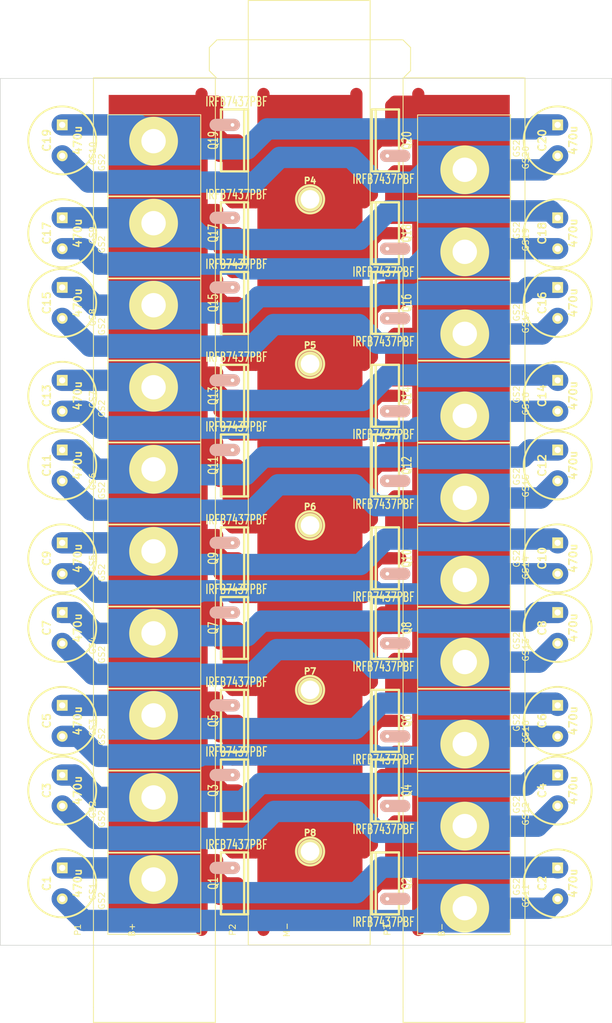
<source format=kicad_pcb>
(kicad_pcb (version 3) (host pcbnew "(2013-jul-07)-stable")

  (general
    (links 145)
    (no_connects 0)
    (area 162.128999 66.116999 262.559001 208.457001)
    (thickness 1.6)
    (drawings 4)
    (tracks 544)
    (zones 0)
    (modules 68)
    (nets 4)
  )

  (page A3)
  (layers
    (15 F.Cu signal)
    (0 B.Cu signal)
    (16 B.Adhes user)
    (17 F.Adhes user)
    (18 B.Paste user)
    (19 F.Paste user)
    (20 B.SilkS user)
    (21 F.SilkS user)
    (22 B.Mask user)
    (23 F.Mask user)
    (24 Dwgs.User user)
    (25 Cmts.User user)
    (26 Eco1.User user)
    (27 Eco2.User user)
    (28 Edge.Cuts user)
  )

  (setup
    (last_trace_width 3.5)
    (user_trace_width 1)
    (user_trace_width 1.5)
    (user_trace_width 2)
    (user_trace_width 3)
    (user_trace_width 3.5)
    (user_trace_width 4)
    (user_trace_width 5)
    (user_trace_width 6)
    (user_trace_width 7)
    (user_trace_width 8)
    (user_trace_width 9)
    (user_trace_width 10)
    (trace_clearance 0.254)
    (zone_clearance 0.508)
    (zone_45_only no)
    (trace_min 0.254)
    (segment_width 0.2)
    (edge_width 0.1)
    (via_size 0.889)
    (via_drill 0.635)
    (via_min_size 0.889)
    (via_min_drill 0.508)
    (uvia_size 0.508)
    (uvia_drill 0.127)
    (uvias_allowed no)
    (uvia_min_size 0.508)
    (uvia_min_drill 0.127)
    (pcb_text_width 0.3)
    (pcb_text_size 1.5 1.5)
    (mod_edge_width 0.15)
    (mod_text_size 1 1)
    (mod_text_width 0.15)
    (pad_size 8 8)
    (pad_drill 4)
    (pad_to_mask_clearance 0)
    (aux_axis_origin 0 0)
    (visible_elements FFFFFFBF)
    (pcbplotparams
      (layerselection 3178497)
      (usegerberextensions true)
      (excludeedgelayer true)
      (linewidth 0.150000)
      (plotframeref false)
      (viasonmask false)
      (mode 1)
      (useauxorigin false)
      (hpglpennumber 1)
      (hpglpenspeed 20)
      (hpglpendiameter 15)
      (hpglpenoverlay 2)
      (psnegative false)
      (psa4output false)
      (plotreference true)
      (plotvalue true)
      (plotothertext true)
      (plotinvisibletext false)
      (padsonsilk false)
      (subtractmaskfromsilk false)
      (outputformat 1)
      (mirror false)
      (drillshape 1)
      (scaleselection 1)
      (outputdirectory ""))
  )

  (net 0 "")
  (net 1 +24V)
  (net 2 /M-)
  (net 3 GND)

  (net_class Default "This is the default net class."
    (clearance 0.254)
    (trace_width 0.254)
    (via_dia 0.889)
    (via_drill 0.635)
    (uvia_dia 0.508)
    (uvia_drill 0.127)
    (add_net "")
    (add_net +24V)
    (add_net /M-)
    (add_net GND)
  )

  (module C2V10 (layer F.Cu) (tedit 41854742) (tstamp 54A02A1E)
    (at 253.619 171.577 270)
    (descr "Condensateur polarise")
    (tags CP)
    (path /54A02881)
    (fp_text reference C6 (at 0 2.54 270) (layer F.SilkS)
      (effects (font (size 1.27 1.27) (thickness 0.254)))
    )
    (fp_text value 470u (at 0 -2.54 270) (layer F.SilkS)
      (effects (font (size 1.27 1.27) (thickness 0.254)))
    )
    (fp_circle (center 0 0) (end 4.826 -2.794) (layer F.SilkS) (width 0.3048))
    (pad 1 thru_hole rect (at -2.54 0 270) (size 1.778 1.778) (drill 1.016)
      (layers *.Cu *.Mask F.SilkS)
      (net 1 +24V)
    )
    (pad 2 thru_hole circle (at 2.54 0 270) (size 1.778 1.778) (drill 1.016)
      (layers *.Cu *.Mask F.SilkS)
      (net 3 GND)
    )
    (model discret/c_vert_c2v10.wrl
      (at (xyz 0 0 0))
      (scale (xyz 1 1 1))
      (rotate (xyz 0 0 0))
    )
  )

  (module C2V10 (layer F.Cu) (tedit 41854742) (tstamp 54A02A25)
    (at 172.339 171.577 270)
    (descr "Condensateur polarise")
    (tags CP)
    (path /54A0287B)
    (fp_text reference C5 (at 0 2.54 270) (layer F.SilkS)
      (effects (font (size 1.27 1.27) (thickness 0.254)))
    )
    (fp_text value 470u (at 0 -2.54 270) (layer F.SilkS)
      (effects (font (size 1.27 1.27) (thickness 0.254)))
    )
    (fp_circle (center 0 0) (end 4.826 -2.794) (layer F.SilkS) (width 0.3048))
    (pad 1 thru_hole rect (at -2.54 0 270) (size 1.778 1.778) (drill 1.016)
      (layers *.Cu *.Mask F.SilkS)
      (net 1 +24V)
    )
    (pad 2 thru_hole circle (at 2.54 0 270) (size 1.778 1.778) (drill 1.016)
      (layers *.Cu *.Mask F.SilkS)
      (net 3 GND)
    )
    (model discret/c_vert_c2v10.wrl
      (at (xyz 0 0 0))
      (scale (xyz 1 1 1))
      (rotate (xyz 0 0 0))
    )
  )

  (module C2V10 (layer F.Cu) (tedit 41854742) (tstamp 54A02A2C)
    (at 253.619 183.007 270)
    (descr "Condensateur polarise")
    (tags CP)
    (path /54A02875)
    (fp_text reference C4 (at 0 2.54 270) (layer F.SilkS)
      (effects (font (size 1.27 1.27) (thickness 0.254)))
    )
    (fp_text value 470u (at 0 -2.54 270) (layer F.SilkS)
      (effects (font (size 1.27 1.27) (thickness 0.254)))
    )
    (fp_circle (center 0 0) (end 4.826 -2.794) (layer F.SilkS) (width 0.3048))
    (pad 1 thru_hole rect (at -2.54 0 270) (size 1.778 1.778) (drill 1.016)
      (layers *.Cu *.Mask F.SilkS)
      (net 1 +24V)
    )
    (pad 2 thru_hole circle (at 2.54 0 270) (size 1.778 1.778) (drill 1.016)
      (layers *.Cu *.Mask F.SilkS)
      (net 3 GND)
    )
    (model discret/c_vert_c2v10.wrl
      (at (xyz 0 0 0))
      (scale (xyz 1 1 1))
      (rotate (xyz 0 0 0))
    )
  )

  (module C2V10 (layer F.Cu) (tedit 41854742) (tstamp 54A02A33)
    (at 172.339 183.007 270)
    (descr "Condensateur polarise")
    (tags CP)
    (path /54A0286F)
    (fp_text reference C3 (at 0 2.54 270) (layer F.SilkS)
      (effects (font (size 1.27 1.27) (thickness 0.254)))
    )
    (fp_text value 470u (at 0 -2.54 270) (layer F.SilkS)
      (effects (font (size 1.27 1.27) (thickness 0.254)))
    )
    (fp_circle (center 0 0) (end 4.826 -2.794) (layer F.SilkS) (width 0.3048))
    (pad 1 thru_hole rect (at -2.54 0 270) (size 1.778 1.778) (drill 1.016)
      (layers *.Cu *.Mask F.SilkS)
      (net 1 +24V)
    )
    (pad 2 thru_hole circle (at 2.54 0 270) (size 1.778 1.778) (drill 1.016)
      (layers *.Cu *.Mask F.SilkS)
      (net 3 GND)
    )
    (model discret/c_vert_c2v10.wrl
      (at (xyz 0 0 0))
      (scale (xyz 1 1 1))
      (rotate (xyz 0 0 0))
    )
  )

  (module C2V10 (layer F.Cu) (tedit 41854742) (tstamp 54A02A3A)
    (at 253.619 198.247 270)
    (descr "Condensateur polarise")
    (tags CP)
    (path /54A02869)
    (fp_text reference C2 (at 0 2.54 270) (layer F.SilkS)
      (effects (font (size 1.27 1.27) (thickness 0.254)))
    )
    (fp_text value 470u (at 0 -2.54 270) (layer F.SilkS)
      (effects (font (size 1.27 1.27) (thickness 0.254)))
    )
    (fp_circle (center 0 0) (end 4.826 -2.794) (layer F.SilkS) (width 0.3048))
    (pad 1 thru_hole rect (at -2.54 0 270) (size 1.778 1.778) (drill 1.016)
      (layers *.Cu *.Mask F.SilkS)
      (net 1 +24V)
    )
    (pad 2 thru_hole circle (at 2.54 0 270) (size 1.778 1.778) (drill 1.016)
      (layers *.Cu *.Mask F.SilkS)
      (net 3 GND)
    )
    (model discret/c_vert_c2v10.wrl
      (at (xyz 0 0 0))
      (scale (xyz 1 1 1))
      (rotate (xyz 0 0 0))
    )
  )

  (module C2V10 (layer F.Cu) (tedit 41854742) (tstamp 54A666F0)
    (at 172.339 198.247 270)
    (descr "Condensateur polarise")
    (tags CP)
    (path /54A02826)
    (fp_text reference C1 (at 0 2.54 270) (layer F.SilkS)
      (effects (font (size 1.27 1.27) (thickness 0.254)))
    )
    (fp_text value 470u (at 0 -2.54 270) (layer F.SilkS)
      (effects (font (size 1.27 1.27) (thickness 0.254)))
    )
    (fp_circle (center 0 0) (end 4.826 -2.794) (layer F.SilkS) (width 0.3048))
    (pad 1 thru_hole rect (at -2.54 0 270) (size 1.778 1.778) (drill 1.016)
      (layers *.Cu *.Mask F.SilkS)
      (net 1 +24V)
    )
    (pad 2 thru_hole circle (at 2.54 0 270) (size 1.778 1.778) (drill 1.016)
      (layers *.Cu *.Mask F.SilkS)
      (net 3 GND)
    )
    (model discret/c_vert_c2v10.wrl
      (at (xyz 0 0 0))
      (scale (xyz 1 1 1))
      (rotate (xyz 0 0 0))
    )
  )

  (module C2V10 (layer F.Cu) (tedit 41854742) (tstamp 54A54178)
    (at 253.619 144.907 270)
    (descr "Condensateur polarise")
    (tags CP)
    (path /54A539D4)
    (fp_text reference C10 (at 0 2.54 270) (layer F.SilkS)
      (effects (font (size 1.27 1.27) (thickness 0.254)))
    )
    (fp_text value 470u (at 0 -2.54 270) (layer F.SilkS)
      (effects (font (size 1.27 1.27) (thickness 0.254)))
    )
    (fp_circle (center 0 0) (end 4.826 -2.794) (layer F.SilkS) (width 0.3048))
    (pad 1 thru_hole rect (at -2.54 0 270) (size 1.778 1.778) (drill 1.016)
      (layers *.Cu *.Mask F.SilkS)
      (net 1 +24V)
    )
    (pad 2 thru_hole circle (at 2.54 0 270) (size 1.778 1.778) (drill 1.016)
      (layers *.Cu *.Mask F.SilkS)
      (net 3 GND)
    )
    (model discret/c_vert_c2v10.wrl
      (at (xyz 0 0 0))
      (scale (xyz 1 1 1))
      (rotate (xyz 0 0 0))
    )
  )

  (module C2V10 (layer F.Cu) (tedit 41854742) (tstamp 54A5417F)
    (at 172.339 129.667 270)
    (descr "Condensateur polarise")
    (tags CP)
    (path /54A539DA)
    (fp_text reference C11 (at 0 2.54 270) (layer F.SilkS)
      (effects (font (size 1.27 1.27) (thickness 0.254)))
    )
    (fp_text value 470u (at 0 -2.54 270) (layer F.SilkS)
      (effects (font (size 1.27 1.27) (thickness 0.254)))
    )
    (fp_circle (center 0 0) (end 4.826 -2.794) (layer F.SilkS) (width 0.3048))
    (pad 1 thru_hole rect (at -2.54 0 270) (size 1.778 1.778) (drill 1.016)
      (layers *.Cu *.Mask F.SilkS)
      (net 1 +24V)
    )
    (pad 2 thru_hole circle (at 2.54 0 270) (size 1.778 1.778) (drill 1.016)
      (layers *.Cu *.Mask F.SilkS)
      (net 3 GND)
    )
    (model discret/c_vert_c2v10.wrl
      (at (xyz 0 0 0))
      (scale (xyz 1 1 1))
      (rotate (xyz 0 0 0))
    )
  )

  (module C2V10 (layer F.Cu) (tedit 41854742) (tstamp 54A54186)
    (at 253.619 129.667 270)
    (descr "Condensateur polarise")
    (tags CP)
    (path /54A539E0)
    (fp_text reference C12 (at 0 2.54 270) (layer F.SilkS)
      (effects (font (size 1.27 1.27) (thickness 0.254)))
    )
    (fp_text value 470u (at 0 -2.54 270) (layer F.SilkS)
      (effects (font (size 1.27 1.27) (thickness 0.254)))
    )
    (fp_circle (center 0 0) (end 4.826 -2.794) (layer F.SilkS) (width 0.3048))
    (pad 1 thru_hole rect (at -2.54 0 270) (size 1.778 1.778) (drill 1.016)
      (layers *.Cu *.Mask F.SilkS)
      (net 1 +24V)
    )
    (pad 2 thru_hole circle (at 2.54 0 270) (size 1.778 1.778) (drill 1.016)
      (layers *.Cu *.Mask F.SilkS)
      (net 3 GND)
    )
    (model discret/c_vert_c2v10.wrl
      (at (xyz 0 0 0))
      (scale (xyz 1 1 1))
      (rotate (xyz 0 0 0))
    )
  )

  (module C2V10 (layer F.Cu) (tedit 41854742) (tstamp 54A5418D)
    (at 172.339 118.237 270)
    (descr "Condensateur polarise")
    (tags CP)
    (path /54A539E6)
    (fp_text reference C13 (at 0 2.54 270) (layer F.SilkS)
      (effects (font (size 1.27 1.27) (thickness 0.254)))
    )
    (fp_text value 470u (at 0 -2.54 270) (layer F.SilkS)
      (effects (font (size 1.27 1.27) (thickness 0.254)))
    )
    (fp_circle (center 0 0) (end 4.826 -2.794) (layer F.SilkS) (width 0.3048))
    (pad 1 thru_hole rect (at -2.54 0 270) (size 1.778 1.778) (drill 1.016)
      (layers *.Cu *.Mask F.SilkS)
      (net 1 +24V)
    )
    (pad 2 thru_hole circle (at 2.54 0 270) (size 1.778 1.778) (drill 1.016)
      (layers *.Cu *.Mask F.SilkS)
      (net 3 GND)
    )
    (model discret/c_vert_c2v10.wrl
      (at (xyz 0 0 0))
      (scale (xyz 1 1 1))
      (rotate (xyz 0 0 0))
    )
  )

  (module C2V10 (layer F.Cu) (tedit 41854742) (tstamp 54A54194)
    (at 253.619 118.237 270)
    (descr "Condensateur polarise")
    (tags CP)
    (path /54A539EC)
    (fp_text reference C14 (at 0 2.54 270) (layer F.SilkS)
      (effects (font (size 1.27 1.27) (thickness 0.254)))
    )
    (fp_text value 470u (at 0 -2.54 270) (layer F.SilkS)
      (effects (font (size 1.27 1.27) (thickness 0.254)))
    )
    (fp_circle (center 0 0) (end 4.826 -2.794) (layer F.SilkS) (width 0.3048))
    (pad 1 thru_hole rect (at -2.54 0 270) (size 1.778 1.778) (drill 1.016)
      (layers *.Cu *.Mask F.SilkS)
      (net 1 +24V)
    )
    (pad 2 thru_hole circle (at 2.54 0 270) (size 1.778 1.778) (drill 1.016)
      (layers *.Cu *.Mask F.SilkS)
      (net 3 GND)
    )
    (model discret/c_vert_c2v10.wrl
      (at (xyz 0 0 0))
      (scale (xyz 1 1 1))
      (rotate (xyz 0 0 0))
    )
  )

  (module C2V10 (layer F.Cu) (tedit 41854742) (tstamp 54A5419B)
    (at 172.339 102.997 270)
    (descr "Condensateur polarise")
    (tags CP)
    (path /54A539F2)
    (fp_text reference C15 (at 0 2.54 270) (layer F.SilkS)
      (effects (font (size 1.27 1.27) (thickness 0.254)))
    )
    (fp_text value 470u (at 0 -2.54 270) (layer F.SilkS)
      (effects (font (size 1.27 1.27) (thickness 0.254)))
    )
    (fp_circle (center 0 0) (end 4.826 -2.794) (layer F.SilkS) (width 0.3048))
    (pad 1 thru_hole rect (at -2.54 0 270) (size 1.778 1.778) (drill 1.016)
      (layers *.Cu *.Mask F.SilkS)
      (net 1 +24V)
    )
    (pad 2 thru_hole circle (at 2.54 0 270) (size 1.778 1.778) (drill 1.016)
      (layers *.Cu *.Mask F.SilkS)
      (net 3 GND)
    )
    (model discret/c_vert_c2v10.wrl
      (at (xyz 0 0 0))
      (scale (xyz 1 1 1))
      (rotate (xyz 0 0 0))
    )
  )

  (module C2V10 (layer F.Cu) (tedit 41854742) (tstamp 54A541A2)
    (at 253.619 102.997 270)
    (descr "Condensateur polarise")
    (tags CP)
    (path /54A539F8)
    (fp_text reference C16 (at 0 2.54 270) (layer F.SilkS)
      (effects (font (size 1.27 1.27) (thickness 0.254)))
    )
    (fp_text value 470u (at 0 -2.54 270) (layer F.SilkS)
      (effects (font (size 1.27 1.27) (thickness 0.254)))
    )
    (fp_circle (center 0 0) (end 4.826 -2.794) (layer F.SilkS) (width 0.3048))
    (pad 1 thru_hole rect (at -2.54 0 270) (size 1.778 1.778) (drill 1.016)
      (layers *.Cu *.Mask F.SilkS)
      (net 1 +24V)
    )
    (pad 2 thru_hole circle (at 2.54 0 270) (size 1.778 1.778) (drill 1.016)
      (layers *.Cu *.Mask F.SilkS)
      (net 3 GND)
    )
    (model discret/c_vert_c2v10.wrl
      (at (xyz 0 0 0))
      (scale (xyz 1 1 1))
      (rotate (xyz 0 0 0))
    )
  )

  (module C2V10 (layer F.Cu) (tedit 41854742) (tstamp 54A541A9)
    (at 172.339 91.567 270)
    (descr "Condensateur polarise")
    (tags CP)
    (path /54A539FE)
    (fp_text reference C17 (at 0 2.54 270) (layer F.SilkS)
      (effects (font (size 1.27 1.27) (thickness 0.254)))
    )
    (fp_text value 470u (at 0 -2.54 270) (layer F.SilkS)
      (effects (font (size 1.27 1.27) (thickness 0.254)))
    )
    (fp_circle (center 0 0) (end 4.826 -2.794) (layer F.SilkS) (width 0.3048))
    (pad 1 thru_hole rect (at -2.54 0 270) (size 1.778 1.778) (drill 1.016)
      (layers *.Cu *.Mask F.SilkS)
      (net 1 +24V)
    )
    (pad 2 thru_hole circle (at 2.54 0 270) (size 1.778 1.778) (drill 1.016)
      (layers *.Cu *.Mask F.SilkS)
      (net 3 GND)
    )
    (model discret/c_vert_c2v10.wrl
      (at (xyz 0 0 0))
      (scale (xyz 1 1 1))
      (rotate (xyz 0 0 0))
    )
  )

  (module C2V10 (layer F.Cu) (tedit 41854742) (tstamp 54A541B0)
    (at 253.619 91.567 270)
    (descr "Condensateur polarise")
    (tags CP)
    (path /54A53A04)
    (fp_text reference C18 (at 0 2.54 270) (layer F.SilkS)
      (effects (font (size 1.27 1.27) (thickness 0.254)))
    )
    (fp_text value 470u (at 0 -2.54 270) (layer F.SilkS)
      (effects (font (size 1.27 1.27) (thickness 0.254)))
    )
    (fp_circle (center 0 0) (end 4.826 -2.794) (layer F.SilkS) (width 0.3048))
    (pad 1 thru_hole rect (at -2.54 0 270) (size 1.778 1.778) (drill 1.016)
      (layers *.Cu *.Mask F.SilkS)
      (net 1 +24V)
    )
    (pad 2 thru_hole circle (at 2.54 0 270) (size 1.778 1.778) (drill 1.016)
      (layers *.Cu *.Mask F.SilkS)
      (net 3 GND)
    )
    (model discret/c_vert_c2v10.wrl
      (at (xyz 0 0 0))
      (scale (xyz 1 1 1))
      (rotate (xyz 0 0 0))
    )
  )

  (module C2V10 (layer F.Cu) (tedit 41854742) (tstamp 54A541B7)
    (at 172.339 76.327 270)
    (descr "Condensateur polarise")
    (tags CP)
    (path /54A53A0A)
    (fp_text reference C19 (at 0 2.54 270) (layer F.SilkS)
      (effects (font (size 1.27 1.27) (thickness 0.254)))
    )
    (fp_text value 470u (at 0 -2.54 270) (layer F.SilkS)
      (effects (font (size 1.27 1.27) (thickness 0.254)))
    )
    (fp_circle (center 0 0) (end 4.826 -2.794) (layer F.SilkS) (width 0.3048))
    (pad 1 thru_hole rect (at -2.54 0 270) (size 1.778 1.778) (drill 1.016)
      (layers *.Cu *.Mask F.SilkS)
      (net 1 +24V)
    )
    (pad 2 thru_hole circle (at 2.54 0 270) (size 1.778 1.778) (drill 1.016)
      (layers *.Cu *.Mask F.SilkS)
      (net 3 GND)
    )
    (model discret/c_vert_c2v10.wrl
      (at (xyz 0 0 0))
      (scale (xyz 1 1 1))
      (rotate (xyz 0 0 0))
    )
  )

  (module C2V10 (layer F.Cu) (tedit 41854742) (tstamp 54A541BE)
    (at 253.619 76.327 270)
    (descr "Condensateur polarise")
    (tags CP)
    (path /54A53A10)
    (fp_text reference C20 (at 0 2.54 270) (layer F.SilkS)
      (effects (font (size 1.27 1.27) (thickness 0.254)))
    )
    (fp_text value 470u (at 0 -2.54 270) (layer F.SilkS)
      (effects (font (size 1.27 1.27) (thickness 0.254)))
    )
    (fp_circle (center 0 0) (end 4.826 -2.794) (layer F.SilkS) (width 0.3048))
    (pad 1 thru_hole rect (at -2.54 0 270) (size 1.778 1.778) (drill 1.016)
      (layers *.Cu *.Mask F.SilkS)
      (net 1 +24V)
    )
    (pad 2 thru_hole circle (at 2.54 0 270) (size 1.778 1.778) (drill 1.016)
      (layers *.Cu *.Mask F.SilkS)
      (net 3 GND)
    )
    (model discret/c_vert_c2v10.wrl
      (at (xyz 0 0 0))
      (scale (xyz 1 1 1))
      (rotate (xyz 0 0 0))
    )
  )

  (module C2V10 (layer F.Cu) (tedit 41854742) (tstamp 54A541C5)
    (at 172.339 144.907 270)
    (descr "Condensateur polarise")
    (tags CP)
    (path /54A539CE)
    (fp_text reference C9 (at 0 2.54 270) (layer F.SilkS)
      (effects (font (size 1.27 1.27) (thickness 0.254)))
    )
    (fp_text value 470u (at 0 -2.54 270) (layer F.SilkS)
      (effects (font (size 1.27 1.27) (thickness 0.254)))
    )
    (fp_circle (center 0 0) (end 4.826 -2.794) (layer F.SilkS) (width 0.3048))
    (pad 1 thru_hole rect (at -2.54 0 270) (size 1.778 1.778) (drill 1.016)
      (layers *.Cu *.Mask F.SilkS)
      (net 1 +24V)
    )
    (pad 2 thru_hole circle (at 2.54 0 270) (size 1.778 1.778) (drill 1.016)
      (layers *.Cu *.Mask F.SilkS)
      (net 3 GND)
    )
    (model discret/c_vert_c2v10.wrl
      (at (xyz 0 0 0))
      (scale (xyz 1 1 1))
      (rotate (xyz 0 0 0))
    )
  )

  (module C2V10 (layer F.Cu) (tedit 41854742) (tstamp 54A541CC)
    (at 253.619 156.337 270)
    (descr "Condensateur polarise")
    (tags CP)
    (path /54A539C8)
    (fp_text reference C8 (at 0 2.54 270) (layer F.SilkS)
      (effects (font (size 1.27 1.27) (thickness 0.254)))
    )
    (fp_text value 470u (at 0 -2.54 270) (layer F.SilkS)
      (effects (font (size 1.27 1.27) (thickness 0.254)))
    )
    (fp_circle (center 0 0) (end 4.826 -2.794) (layer F.SilkS) (width 0.3048))
    (pad 1 thru_hole rect (at -2.54 0 270) (size 1.778 1.778) (drill 1.016)
      (layers *.Cu *.Mask F.SilkS)
      (net 1 +24V)
    )
    (pad 2 thru_hole circle (at 2.54 0 270) (size 1.778 1.778) (drill 1.016)
      (layers *.Cu *.Mask F.SilkS)
      (net 3 GND)
    )
    (model discret/c_vert_c2v10.wrl
      (at (xyz 0 0 0))
      (scale (xyz 1 1 1))
      (rotate (xyz 0 0 0))
    )
  )

  (module C2V10 (layer F.Cu) (tedit 41854742) (tstamp 54A541D3)
    (at 172.339 156.337 270)
    (descr "Condensateur polarise")
    (tags CP)
    (path /54A539C2)
    (fp_text reference C7 (at 0 2.54 270) (layer F.SilkS)
      (effects (font (size 1.27 1.27) (thickness 0.254)))
    )
    (fp_text value 470u (at 0 -2.54 270) (layer F.SilkS)
      (effects (font (size 1.27 1.27) (thickness 0.254)))
    )
    (fp_circle (center 0 0) (end 4.826 -2.794) (layer F.SilkS) (width 0.3048))
    (pad 1 thru_hole rect (at -2.54 0 270) (size 1.778 1.778) (drill 1.016)
      (layers *.Cu *.Mask F.SilkS)
      (net 1 +24V)
    )
    (pad 2 thru_hole circle (at 2.54 0 270) (size 1.778 1.778) (drill 1.016)
      (layers *.Cu *.Mask F.SilkS)
      (net 3 GND)
    )
    (model discret/c_vert_c2v10.wrl
      (at (xyz 0 0 0))
      (scale (xyz 1 1 1))
      (rotate (xyz 0 0 0))
    )
  )

  (module bus_bar_motor (layer F.Cu) (tedit 54A581FB) (tstamp 54A58374)
    (at 205.359 205.867 90)
    (path /54A54305)
    (fp_text reference P2 (at 0 -5.08 90) (layer F.SilkS)
      (effects (font (size 1 1) (thickness 0.15)))
    )
    (fp_text value M- (at 0 3.81 90) (layer F.SilkS)
      (effects (font (size 1 1) (thickness 0.15)))
    )
    (fp_line (start 139.7 1.27) (end 139.7 -7.62) (layer F.SilkS) (width 0.15))
    (fp_line (start 139.7 -7.62) (end 140.97 -8.89) (layer F.SilkS) (width 0.15))
    (fp_line (start 140.97 -8.89) (end 144.78 -8.89) (layer F.SilkS) (width 0.15))
    (fp_line (start 144.78 -8.89) (end 146.05 -7.62) (layer F.SilkS) (width 0.15))
    (fp_line (start 146.05 -7.62) (end 146.05 22.86) (layer F.SilkS) (width 0.15))
    (fp_line (start 146.05 22.86) (end 144.78 24.13) (layer F.SilkS) (width 0.15))
    (fp_line (start 144.78 24.13) (end 142.24 24.13) (layer F.SilkS) (width 0.15))
    (fp_line (start 142.24 24.13) (end 140.97 24.13) (layer F.SilkS) (width 0.15))
    (fp_line (start 140.97 24.13) (end 139.7 22.86) (layer F.SilkS) (width 0.15))
    (fp_line (start 139.7 22.86) (end 139.7 1.27) (layer F.SilkS) (width 0.15))
    (fp_line (start 0 -2.5) (end 150 -2.5) (layer F.SilkS) (width 0.15))
    (fp_line (start 150 -2.5) (end 152.5 -2.5) (layer F.SilkS) (width 0.15))
    (fp_line (start 152.5 -2.5) (end 152.5 17.5) (layer F.SilkS) (width 0.15))
    (fp_line (start 152.5 17.5) (end -2.5 17.5) (layer F.SilkS) (width 0.15))
    (fp_line (start -2.5 17.5) (end -2.5 -2.5) (layer F.SilkS) (width 0.15))
    (fp_line (start -2.5 -2.5) (end 0 -2.5) (layer F.SilkS) (width 0.15))
    (pad 1 smd rect (at 68.5 7.5 90) (size 137 15)
      (layers F.Cu F.Paste F.Mask)
      (net 2 /M-)
    )
  )

  (module bus_bar_battery (layer F.Cu) (tedit 54A581E3) (tstamp 54A5837F)
    (at 179.959 205.867 90)
    (path /54A542F8)
    (fp_text reference P1 (at 0 -5.08 90) (layer F.SilkS)
      (effects (font (size 1 1) (thickness 0.15)))
    )
    (fp_text value B+ (at 0 3.81 90) (layer F.SilkS)
      (effects (font (size 1 1) (thickness 0.15)))
    )
    (fp_line (start -12.7 -2.5) (end 137.3 -2.5) (layer F.SilkS) (width 0.15))
    (fp_line (start 137.3 -2.5) (end 139.8 -2.5) (layer F.SilkS) (width 0.15))
    (fp_line (start 139.8 -2.5) (end 139.8 17.5) (layer F.SilkS) (width 0.15))
    (fp_line (start 139.8 17.5) (end -15.2 17.5) (layer F.SilkS) (width 0.15))
    (fp_line (start -15.2 17.5) (end -15.2 -2.5) (layer F.SilkS) (width 0.15))
    (fp_line (start -15.2 -2.5) (end -12.7 -2.5) (layer F.SilkS) (width 0.15))
    (pad 1 smd rect (at 68.5 7.5 90) (size 137 15)
      (layers F.Cu F.Paste F.Mask)
      (net 1 +24V)
    )
  )

  (module bus_bar_battery (layer F.Cu) (tedit 54A581E3) (tstamp 54A5838A)
    (at 230.759 205.867 90)
    (path /54A5430B)
    (fp_text reference P3 (at 0 -5.08 90) (layer F.SilkS)
      (effects (font (size 1 1) (thickness 0.15)))
    )
    (fp_text value B- (at 0 3.81 90) (layer F.SilkS)
      (effects (font (size 1 1) (thickness 0.15)))
    )
    (fp_line (start -12.7 -2.5) (end 137.3 -2.5) (layer F.SilkS) (width 0.15))
    (fp_line (start 137.3 -2.5) (end 139.8 -2.5) (layer F.SilkS) (width 0.15))
    (fp_line (start 139.8 -2.5) (end 139.8 17.5) (layer F.SilkS) (width 0.15))
    (fp_line (start 139.8 17.5) (end -15.2 17.5) (layer F.SilkS) (width 0.15))
    (fp_line (start -15.2 17.5) (end -15.2 -2.5) (layer F.SilkS) (width 0.15))
    (fp_line (start -15.2 -2.5) (end -12.7 -2.5) (layer F.SilkS) (width 0.15))
    (pad 1 smd rect (at 68.5 7.5 90) (size 137 15)
      (layers F.Cu F.Paste F.Mask)
      (net 3 GND)
    )
  )

  (module TO220_GDS_VERT_POWER (layer F.Cu) (tedit 54A58531) (tstamp 54A54042)
    (at 200.279 156.337)
    (descr "TO220 GDS")
    (tags "TR TO220 GDS")
    (path /54A02D5A)
    (fp_text reference Q7 (at -3.175 0 90) (layer F.SilkS)
      (effects (font (size 1.524 1.016) (thickness 0.2032)))
    )
    (fp_text value IRFB7437PBF (at 0.635 -6.35) (layer F.SilkS)
      (effects (font (size 1.524 1.016) (thickness 0.2032)))
    )
    (fp_line (start 1.905 -5.08) (end 2.54 -5.08) (layer F.SilkS) (width 0.381))
    (fp_line (start 2.54 -5.08) (end 2.54 5.08) (layer F.SilkS) (width 0.381))
    (fp_line (start 2.54 5.08) (end 1.905 5.08) (layer F.SilkS) (width 0.381))
    (fp_line (start -1.905 -5.08) (end 1.905 -5.08) (layer F.SilkS) (width 0.381))
    (fp_line (start 1.905 -5.08) (end 1.905 5.08) (layer F.SilkS) (width 0.381))
    (fp_line (start 1.905 5.08) (end -1.905 5.08) (layer F.SilkS) (width 0.381))
    (fp_line (start -1.905 5.08) (end -1.905 -5.08) (layer F.SilkS) (width 0.381))
    (pad G smd oval (at -1.27 -2.54) (size 5 2)
      (layers B.Cu B.Paste B.SilkS)
    )
    (pad D smd oval (at -0.635 0) (size 5 2)
      (layers F.Cu F.Paste F.Mask)
      (net 1 +24V)
    )
    (pad S smd oval (at -0.635 2.54) (size 5 2)
      (layers F.Cu F.Paste F.Mask)
      (net 2 /M-)
    )
    (pad G thru_hole oval (at 0 -2.54) (size 1 1) (drill 0.6)
      (layers *.Cu *.Mask F.SilkS)
    )
  )

  (module TO220_GDS_VERT_POWER (layer F.Cu) (tedit 54A58531) (tstamp 54A54051)
    (at 225.679 118.237 180)
    (descr "TO220 GDS")
    (tags "TR TO220 GDS")
    (path /54A53540)
    (fp_text reference Q14 (at -3.175 0 270) (layer F.SilkS)
      (effects (font (size 1.524 1.016) (thickness 0.2032)))
    )
    (fp_text value IRFB7437PBF (at 0.635 -6.35 180) (layer F.SilkS)
      (effects (font (size 1.524 1.016) (thickness 0.2032)))
    )
    (fp_line (start 1.905 -5.08) (end 2.54 -5.08) (layer F.SilkS) (width 0.381))
    (fp_line (start 2.54 -5.08) (end 2.54 5.08) (layer F.SilkS) (width 0.381))
    (fp_line (start 2.54 5.08) (end 1.905 5.08) (layer F.SilkS) (width 0.381))
    (fp_line (start -1.905 -5.08) (end 1.905 -5.08) (layer F.SilkS) (width 0.381))
    (fp_line (start 1.905 -5.08) (end 1.905 5.08) (layer F.SilkS) (width 0.381))
    (fp_line (start 1.905 5.08) (end -1.905 5.08) (layer F.SilkS) (width 0.381))
    (fp_line (start -1.905 5.08) (end -1.905 -5.08) (layer F.SilkS) (width 0.381))
    (pad G smd oval (at -1.27 -2.54 180) (size 5 2)
      (layers B.Cu B.Paste B.SilkS)
    )
    (pad D smd oval (at -0.635 0 180) (size 5 2)
      (layers F.Cu F.Paste F.Mask)
      (net 2 /M-)
    )
    (pad S smd oval (at -0.635 2.54 180) (size 5 2)
      (layers F.Cu F.Paste F.Mask)
      (net 3 GND)
    )
    (pad G thru_hole oval (at 0 -2.54 180) (size 1 1) (drill 0.6)
      (layers *.Cu *.Mask F.SilkS)
    )
  )

  (module TO220_GDS_VERT_POWER (layer F.Cu) (tedit 54A58531) (tstamp 54A54060)
    (at 200.279 118.237)
    (descr "TO220 GDS")
    (tags "TR TO220 GDS")
    (path /54A5353A)
    (fp_text reference Q13 (at -3.175 0 90) (layer F.SilkS)
      (effects (font (size 1.524 1.016) (thickness 0.2032)))
    )
    (fp_text value IRFB7437PBF (at 0.635 -6.35) (layer F.SilkS)
      (effects (font (size 1.524 1.016) (thickness 0.2032)))
    )
    (fp_line (start 1.905 -5.08) (end 2.54 -5.08) (layer F.SilkS) (width 0.381))
    (fp_line (start 2.54 -5.08) (end 2.54 5.08) (layer F.SilkS) (width 0.381))
    (fp_line (start 2.54 5.08) (end 1.905 5.08) (layer F.SilkS) (width 0.381))
    (fp_line (start -1.905 -5.08) (end 1.905 -5.08) (layer F.SilkS) (width 0.381))
    (fp_line (start 1.905 -5.08) (end 1.905 5.08) (layer F.SilkS) (width 0.381))
    (fp_line (start 1.905 5.08) (end -1.905 5.08) (layer F.SilkS) (width 0.381))
    (fp_line (start -1.905 5.08) (end -1.905 -5.08) (layer F.SilkS) (width 0.381))
    (pad G smd oval (at -1.27 -2.54) (size 5 2)
      (layers B.Cu B.Paste B.SilkS)
    )
    (pad D smd oval (at -0.635 0) (size 5 2)
      (layers F.Cu F.Paste F.Mask)
      (net 1 +24V)
    )
    (pad S smd oval (at -0.635 2.54) (size 5 2)
      (layers F.Cu F.Paste F.Mask)
      (net 2 /M-)
    )
    (pad G thru_hole oval (at 0 -2.54) (size 1 1) (drill 0.6)
      (layers *.Cu *.Mask F.SilkS)
    )
  )

  (module TO220_GDS_VERT_POWER (layer F.Cu) (tedit 54A58531) (tstamp 54A5406F)
    (at 225.679 102.997 180)
    (descr "TO220 GDS")
    (tags "TR TO220 GDS")
    (path /54A53530)
    (fp_text reference Q16 (at -3.175 0 270) (layer F.SilkS)
      (effects (font (size 1.524 1.016) (thickness 0.2032)))
    )
    (fp_text value IRFB7437PBF (at 0.635 -6.35 180) (layer F.SilkS)
      (effects (font (size 1.524 1.016) (thickness 0.2032)))
    )
    (fp_line (start 1.905 -5.08) (end 2.54 -5.08) (layer F.SilkS) (width 0.381))
    (fp_line (start 2.54 -5.08) (end 2.54 5.08) (layer F.SilkS) (width 0.381))
    (fp_line (start 2.54 5.08) (end 1.905 5.08) (layer F.SilkS) (width 0.381))
    (fp_line (start -1.905 -5.08) (end 1.905 -5.08) (layer F.SilkS) (width 0.381))
    (fp_line (start 1.905 -5.08) (end 1.905 5.08) (layer F.SilkS) (width 0.381))
    (fp_line (start 1.905 5.08) (end -1.905 5.08) (layer F.SilkS) (width 0.381))
    (fp_line (start -1.905 5.08) (end -1.905 -5.08) (layer F.SilkS) (width 0.381))
    (pad G smd oval (at -1.27 -2.54 180) (size 5 2)
      (layers B.Cu B.Paste B.SilkS)
    )
    (pad D smd oval (at -0.635 0 180) (size 5 2)
      (layers F.Cu F.Paste F.Mask)
      (net 2 /M-)
    )
    (pad S smd oval (at -0.635 2.54 180) (size 5 2)
      (layers F.Cu F.Paste F.Mask)
      (net 3 GND)
    )
    (pad G thru_hole oval (at 0 -2.54 180) (size 1 1) (drill 0.6)
      (layers *.Cu *.Mask F.SilkS)
    )
  )

  (module TO220_GDS_VERT_POWER (layer F.Cu) (tedit 54A58531) (tstamp 54A5407E)
    (at 225.679 91.567 180)
    (descr "TO220 GDS")
    (tags "TR TO220 GDS")
    (path /54A5352A)
    (fp_text reference Q18 (at -3.175 0 270) (layer F.SilkS)
      (effects (font (size 1.524 1.016) (thickness 0.2032)))
    )
    (fp_text value IRFB7437PBF (at 0.635 -6.35 180) (layer F.SilkS)
      (effects (font (size 1.524 1.016) (thickness 0.2032)))
    )
    (fp_line (start 1.905 -5.08) (end 2.54 -5.08) (layer F.SilkS) (width 0.381))
    (fp_line (start 2.54 -5.08) (end 2.54 5.08) (layer F.SilkS) (width 0.381))
    (fp_line (start 2.54 5.08) (end 1.905 5.08) (layer F.SilkS) (width 0.381))
    (fp_line (start -1.905 -5.08) (end 1.905 -5.08) (layer F.SilkS) (width 0.381))
    (fp_line (start 1.905 -5.08) (end 1.905 5.08) (layer F.SilkS) (width 0.381))
    (fp_line (start 1.905 5.08) (end -1.905 5.08) (layer F.SilkS) (width 0.381))
    (fp_line (start -1.905 5.08) (end -1.905 -5.08) (layer F.SilkS) (width 0.381))
    (pad G smd oval (at -1.27 -2.54 180) (size 5 2)
      (layers B.Cu B.Paste B.SilkS)
    )
    (pad D smd oval (at -0.635 0 180) (size 5 2)
      (layers F.Cu F.Paste F.Mask)
      (net 2 /M-)
    )
    (pad S smd oval (at -0.635 2.54 180) (size 5 2)
      (layers F.Cu F.Paste F.Mask)
      (net 3 GND)
    )
    (pad G thru_hole oval (at 0 -2.54 180) (size 1 1) (drill 0.6)
      (layers *.Cu *.Mask F.SilkS)
    )
  )

  (module TO220_GDS_VERT_POWER (layer F.Cu) (tedit 54A58531) (tstamp 54A5408D)
    (at 225.679 76.327 180)
    (descr "TO220 GDS")
    (tags "TR TO220 GDS")
    (path /54A53524)
    (fp_text reference Q20 (at -3.175 0 270) (layer F.SilkS)
      (effects (font (size 1.524 1.016) (thickness 0.2032)))
    )
    (fp_text value IRFB7437PBF (at 0.635 -6.35 180) (layer F.SilkS)
      (effects (font (size 1.524 1.016) (thickness 0.2032)))
    )
    (fp_line (start 1.905 -5.08) (end 2.54 -5.08) (layer F.SilkS) (width 0.381))
    (fp_line (start 2.54 -5.08) (end 2.54 5.08) (layer F.SilkS) (width 0.381))
    (fp_line (start 2.54 5.08) (end 1.905 5.08) (layer F.SilkS) (width 0.381))
    (fp_line (start -1.905 -5.08) (end 1.905 -5.08) (layer F.SilkS) (width 0.381))
    (fp_line (start 1.905 -5.08) (end 1.905 5.08) (layer F.SilkS) (width 0.381))
    (fp_line (start 1.905 5.08) (end -1.905 5.08) (layer F.SilkS) (width 0.381))
    (fp_line (start -1.905 5.08) (end -1.905 -5.08) (layer F.SilkS) (width 0.381))
    (pad G smd oval (at -1.27 -2.54 180) (size 5 2)
      (layers B.Cu B.Paste B.SilkS)
    )
    (pad D smd oval (at -0.635 0 180) (size 5 2)
      (layers F.Cu F.Paste F.Mask)
      (net 2 /M-)
    )
    (pad S smd oval (at -0.635 2.54 180) (size 5 2)
      (layers F.Cu F.Paste F.Mask)
      (net 3 GND)
    )
    (pad G thru_hole oval (at 0 -2.54 180) (size 1 1) (drill 0.6)
      (layers *.Cu *.Mask F.SilkS)
    )
  )

  (module TO220_GDS_VERT_POWER (layer F.Cu) (tedit 54A58531) (tstamp 54A5409C)
    (at 200.279 76.327)
    (descr "TO220 GDS")
    (tags "TR TO220 GDS")
    (path /54A5351E)
    (fp_text reference Q19 (at -3.175 0 90) (layer F.SilkS)
      (effects (font (size 1.524 1.016) (thickness 0.2032)))
    )
    (fp_text value IRFB7437PBF (at 0.635 -6.35) (layer F.SilkS)
      (effects (font (size 1.524 1.016) (thickness 0.2032)))
    )
    (fp_line (start 1.905 -5.08) (end 2.54 -5.08) (layer F.SilkS) (width 0.381))
    (fp_line (start 2.54 -5.08) (end 2.54 5.08) (layer F.SilkS) (width 0.381))
    (fp_line (start 2.54 5.08) (end 1.905 5.08) (layer F.SilkS) (width 0.381))
    (fp_line (start -1.905 -5.08) (end 1.905 -5.08) (layer F.SilkS) (width 0.381))
    (fp_line (start 1.905 -5.08) (end 1.905 5.08) (layer F.SilkS) (width 0.381))
    (fp_line (start 1.905 5.08) (end -1.905 5.08) (layer F.SilkS) (width 0.381))
    (fp_line (start -1.905 5.08) (end -1.905 -5.08) (layer F.SilkS) (width 0.381))
    (pad G smd oval (at -1.27 -2.54) (size 5 2)
      (layers B.Cu B.Paste B.SilkS)
    )
    (pad D smd oval (at -0.635 0) (size 5 2)
      (layers F.Cu F.Paste F.Mask)
      (net 1 +24V)
    )
    (pad S smd oval (at -0.635 2.54) (size 5 2)
      (layers F.Cu F.Paste F.Mask)
      (net 2 /M-)
    )
    (pad G thru_hole oval (at 0 -2.54) (size 1 1) (drill 0.6)
      (layers *.Cu *.Mask F.SilkS)
    )
  )

  (module TO220_GDS_VERT_POWER (layer F.Cu) (tedit 54A58531) (tstamp 54A540AB)
    (at 200.279 91.567)
    (descr "TO220 GDS")
    (tags "TR TO220 GDS")
    (path /54A53518)
    (fp_text reference Q17 (at -3.175 0 90) (layer F.SilkS)
      (effects (font (size 1.524 1.016) (thickness 0.2032)))
    )
    (fp_text value IRFB7437PBF (at 0.635 -6.35) (layer F.SilkS)
      (effects (font (size 1.524 1.016) (thickness 0.2032)))
    )
    (fp_line (start 1.905 -5.08) (end 2.54 -5.08) (layer F.SilkS) (width 0.381))
    (fp_line (start 2.54 -5.08) (end 2.54 5.08) (layer F.SilkS) (width 0.381))
    (fp_line (start 2.54 5.08) (end 1.905 5.08) (layer F.SilkS) (width 0.381))
    (fp_line (start -1.905 -5.08) (end 1.905 -5.08) (layer F.SilkS) (width 0.381))
    (fp_line (start 1.905 -5.08) (end 1.905 5.08) (layer F.SilkS) (width 0.381))
    (fp_line (start 1.905 5.08) (end -1.905 5.08) (layer F.SilkS) (width 0.381))
    (fp_line (start -1.905 5.08) (end -1.905 -5.08) (layer F.SilkS) (width 0.381))
    (pad G smd oval (at -1.27 -2.54) (size 5 2)
      (layers B.Cu B.Paste B.SilkS)
    )
    (pad D smd oval (at -0.635 0) (size 5 2)
      (layers F.Cu F.Paste F.Mask)
      (net 1 +24V)
    )
    (pad S smd oval (at -0.635 2.54) (size 5 2)
      (layers F.Cu F.Paste F.Mask)
      (net 2 /M-)
    )
    (pad G thru_hole oval (at 0 -2.54) (size 1 1) (drill 0.6)
      (layers *.Cu *.Mask F.SilkS)
    )
  )

  (module TO220_GDS_VERT_POWER (layer F.Cu) (tedit 54A58531) (tstamp 54A540BA)
    (at 200.279 102.997)
    (descr "TO220 GDS")
    (tags "TR TO220 GDS")
    (path /54A53512)
    (fp_text reference Q15 (at -3.175 0 90) (layer F.SilkS)
      (effects (font (size 1.524 1.016) (thickness 0.2032)))
    )
    (fp_text value IRFB7437PBF (at 0.635 -6.35) (layer F.SilkS)
      (effects (font (size 1.524 1.016) (thickness 0.2032)))
    )
    (fp_line (start 1.905 -5.08) (end 2.54 -5.08) (layer F.SilkS) (width 0.381))
    (fp_line (start 2.54 -5.08) (end 2.54 5.08) (layer F.SilkS) (width 0.381))
    (fp_line (start 2.54 5.08) (end 1.905 5.08) (layer F.SilkS) (width 0.381))
    (fp_line (start -1.905 -5.08) (end 1.905 -5.08) (layer F.SilkS) (width 0.381))
    (fp_line (start 1.905 -5.08) (end 1.905 5.08) (layer F.SilkS) (width 0.381))
    (fp_line (start 1.905 5.08) (end -1.905 5.08) (layer F.SilkS) (width 0.381))
    (fp_line (start -1.905 5.08) (end -1.905 -5.08) (layer F.SilkS) (width 0.381))
    (pad G smd oval (at -1.27 -2.54) (size 5 2)
      (layers B.Cu B.Paste B.SilkS)
    )
    (pad D smd oval (at -0.635 0) (size 5 2)
      (layers F.Cu F.Paste F.Mask)
      (net 1 +24V)
    )
    (pad S smd oval (at -0.635 2.54) (size 5 2)
      (layers F.Cu F.Paste F.Mask)
      (net 2 /M-)
    )
    (pad G thru_hole oval (at 0 -2.54) (size 1 1) (drill 0.6)
      (layers *.Cu *.Mask F.SilkS)
    )
  )

  (module TO220_GDS_VERT_POWER (layer F.Cu) (tedit 54A58531) (tstamp 54A540C9)
    (at 225.679 198.247 180)
    (descr "TO220 GDS")
    (tags "TR TO220 GDS")
    (path /54A534FB)
    (fp_text reference Q2 (at -3.175 0 270) (layer F.SilkS)
      (effects (font (size 1.524 1.016) (thickness 0.2032)))
    )
    (fp_text value IRFB7437PBF (at 0.635 -6.35 180) (layer F.SilkS)
      (effects (font (size 1.524 1.016) (thickness 0.2032)))
    )
    (fp_line (start 1.905 -5.08) (end 2.54 -5.08) (layer F.SilkS) (width 0.381))
    (fp_line (start 2.54 -5.08) (end 2.54 5.08) (layer F.SilkS) (width 0.381))
    (fp_line (start 2.54 5.08) (end 1.905 5.08) (layer F.SilkS) (width 0.381))
    (fp_line (start -1.905 -5.08) (end 1.905 -5.08) (layer F.SilkS) (width 0.381))
    (fp_line (start 1.905 -5.08) (end 1.905 5.08) (layer F.SilkS) (width 0.381))
    (fp_line (start 1.905 5.08) (end -1.905 5.08) (layer F.SilkS) (width 0.381))
    (fp_line (start -1.905 5.08) (end -1.905 -5.08) (layer F.SilkS) (width 0.381))
    (pad G smd oval (at -1.27 -2.54 180) (size 5 2)
      (layers B.Cu B.Paste B.SilkS)
    )
    (pad D smd oval (at -0.635 0 180) (size 5 2)
      (layers F.Cu F.Paste F.Mask)
      (net 2 /M-)
    )
    (pad S smd oval (at -0.635 2.54 180) (size 5 2)
      (layers F.Cu F.Paste F.Mask)
      (net 3 GND)
    )
    (pad G thru_hole oval (at 0 -2.54 180) (size 1 1) (drill 0.6)
      (layers *.Cu *.Mask F.SilkS)
    )
  )

  (module TO220_GDS_VERT_POWER (layer F.Cu) (tedit 54A58531) (tstamp 54A540D8)
    (at 225.679 171.577 180)
    (descr "TO220 GDS")
    (tags "TR TO220 GDS")
    (path /54A534EF)
    (fp_text reference Q6 (at -3.175 0 270) (layer F.SilkS)
      (effects (font (size 1.524 1.016) (thickness 0.2032)))
    )
    (fp_text value IRFB7437PBF (at 0.635 -6.35 180) (layer F.SilkS)
      (effects (font (size 1.524 1.016) (thickness 0.2032)))
    )
    (fp_line (start 1.905 -5.08) (end 2.54 -5.08) (layer F.SilkS) (width 0.381))
    (fp_line (start 2.54 -5.08) (end 2.54 5.08) (layer F.SilkS) (width 0.381))
    (fp_line (start 2.54 5.08) (end 1.905 5.08) (layer F.SilkS) (width 0.381))
    (fp_line (start -1.905 -5.08) (end 1.905 -5.08) (layer F.SilkS) (width 0.381))
    (fp_line (start 1.905 -5.08) (end 1.905 5.08) (layer F.SilkS) (width 0.381))
    (fp_line (start 1.905 5.08) (end -1.905 5.08) (layer F.SilkS) (width 0.381))
    (fp_line (start -1.905 5.08) (end -1.905 -5.08) (layer F.SilkS) (width 0.381))
    (pad G smd oval (at -1.27 -2.54 180) (size 5 2)
      (layers B.Cu B.Paste B.SilkS)
    )
    (pad D smd oval (at -0.635 0 180) (size 5 2)
      (layers F.Cu F.Paste F.Mask)
      (net 2 /M-)
    )
    (pad S smd oval (at -0.635 2.54 180) (size 5 2)
      (layers F.Cu F.Paste F.Mask)
      (net 3 GND)
    )
    (pad G thru_hole oval (at 0 -2.54 180) (size 1 1) (drill 0.6)
      (layers *.Cu *.Mask F.SilkS)
    )
  )

  (module TO220_GDS_VERT_POWER (layer F.Cu) (tedit 54A58531) (tstamp 54A540E7)
    (at 200.279 171.577)
    (descr "TO220 GDS")
    (tags "TR TO220 GDS")
    (path /54A534E9)
    (fp_text reference Q5 (at -3.175 0 90) (layer F.SilkS)
      (effects (font (size 1.524 1.016) (thickness 0.2032)))
    )
    (fp_text value IRFB7437PBF (at 0.635 -6.35) (layer F.SilkS)
      (effects (font (size 1.524 1.016) (thickness 0.2032)))
    )
    (fp_line (start 1.905 -5.08) (end 2.54 -5.08) (layer F.SilkS) (width 0.381))
    (fp_line (start 2.54 -5.08) (end 2.54 5.08) (layer F.SilkS) (width 0.381))
    (fp_line (start 2.54 5.08) (end 1.905 5.08) (layer F.SilkS) (width 0.381))
    (fp_line (start -1.905 -5.08) (end 1.905 -5.08) (layer F.SilkS) (width 0.381))
    (fp_line (start 1.905 -5.08) (end 1.905 5.08) (layer F.SilkS) (width 0.381))
    (fp_line (start 1.905 5.08) (end -1.905 5.08) (layer F.SilkS) (width 0.381))
    (fp_line (start -1.905 5.08) (end -1.905 -5.08) (layer F.SilkS) (width 0.381))
    (pad G smd oval (at -1.27 -2.54) (size 5 2)
      (layers B.Cu B.Paste B.SilkS)
    )
    (pad D smd oval (at -0.635 0) (size 5 2)
      (layers F.Cu F.Paste F.Mask)
      (net 1 +24V)
    )
    (pad S smd oval (at -0.635 2.54) (size 5 2)
      (layers F.Cu F.Paste F.Mask)
      (net 2 /M-)
    )
    (pad G thru_hole oval (at 0 -2.54) (size 1 1) (drill 0.6)
      (layers *.Cu *.Mask F.SilkS)
    )
  )

  (module TO220_GDS_VERT_POWER (layer F.Cu) (tedit 54A58531) (tstamp 54A540F6)
    (at 200.279 183.007)
    (descr "TO220 GDS")
    (tags "TR TO220 GDS")
    (path /54A534E3)
    (fp_text reference Q3 (at -3.175 0 90) (layer F.SilkS)
      (effects (font (size 1.524 1.016) (thickness 0.2032)))
    )
    (fp_text value IRFB7437PBF (at 0.635 -6.35) (layer F.SilkS)
      (effects (font (size 1.524 1.016) (thickness 0.2032)))
    )
    (fp_line (start 1.905 -5.08) (end 2.54 -5.08) (layer F.SilkS) (width 0.381))
    (fp_line (start 2.54 -5.08) (end 2.54 5.08) (layer F.SilkS) (width 0.381))
    (fp_line (start 2.54 5.08) (end 1.905 5.08) (layer F.SilkS) (width 0.381))
    (fp_line (start -1.905 -5.08) (end 1.905 -5.08) (layer F.SilkS) (width 0.381))
    (fp_line (start 1.905 -5.08) (end 1.905 5.08) (layer F.SilkS) (width 0.381))
    (fp_line (start 1.905 5.08) (end -1.905 5.08) (layer F.SilkS) (width 0.381))
    (fp_line (start -1.905 5.08) (end -1.905 -5.08) (layer F.SilkS) (width 0.381))
    (pad G smd oval (at -1.27 -2.54) (size 5 2)
      (layers B.Cu B.Paste B.SilkS)
    )
    (pad D smd oval (at -0.635 0) (size 5 2)
      (layers F.Cu F.Paste F.Mask)
      (net 1 +24V)
    )
    (pad S smd oval (at -0.635 2.54) (size 5 2)
      (layers F.Cu F.Paste F.Mask)
      (net 2 /M-)
    )
    (pad G thru_hole oval (at 0 -2.54) (size 1 1) (drill 0.6)
      (layers *.Cu *.Mask F.SilkS)
    )
  )

  (module TO220_GDS_VERT_POWER (layer F.Cu) (tedit 54A58531) (tstamp 54A54105)
    (at 200.279 198.247)
    (descr "TO220 GDS")
    (tags "TR TO220 GDS")
    (path /54A534DD)
    (fp_text reference Q1 (at -3.175 0 90) (layer F.SilkS)
      (effects (font (size 1.524 1.016) (thickness 0.2032)))
    )
    (fp_text value IRFB7437PBF (at 0.635 -6.35) (layer F.SilkS)
      (effects (font (size 1.524 1.016) (thickness 0.2032)))
    )
    (fp_line (start 1.905 -5.08) (end 2.54 -5.08) (layer F.SilkS) (width 0.381))
    (fp_line (start 2.54 -5.08) (end 2.54 5.08) (layer F.SilkS) (width 0.381))
    (fp_line (start 2.54 5.08) (end 1.905 5.08) (layer F.SilkS) (width 0.381))
    (fp_line (start -1.905 -5.08) (end 1.905 -5.08) (layer F.SilkS) (width 0.381))
    (fp_line (start 1.905 -5.08) (end 1.905 5.08) (layer F.SilkS) (width 0.381))
    (fp_line (start 1.905 5.08) (end -1.905 5.08) (layer F.SilkS) (width 0.381))
    (fp_line (start -1.905 5.08) (end -1.905 -5.08) (layer F.SilkS) (width 0.381))
    (pad G smd oval (at -1.27 -2.54) (size 5 2)
      (layers B.Cu B.Paste B.SilkS)
    )
    (pad D smd oval (at -0.635 0) (size 5 2)
      (layers F.Cu F.Paste F.Mask)
      (net 1 +24V)
    )
    (pad S smd oval (at -0.635 2.54) (size 5 2)
      (layers F.Cu F.Paste F.Mask)
      (net 2 /M-)
    )
    (pad G thru_hole oval (at 0 -2.54) (size 1 1) (drill 0.6)
      (layers *.Cu *.Mask F.SilkS)
    )
  )

  (module TO220_GDS_VERT_POWER (layer F.Cu) (tedit 54A58531) (tstamp 54A54114)
    (at 225.679 156.337 180)
    (descr "TO220 GDS")
    (tags "TR TO220 GDS")
    (path /54A02D7F)
    (fp_text reference Q8 (at -3.175 0 270) (layer F.SilkS)
      (effects (font (size 1.524 1.016) (thickness 0.2032)))
    )
    (fp_text value IRFB7437PBF (at 0.635 -6.35 180) (layer F.SilkS)
      (effects (font (size 1.524 1.016) (thickness 0.2032)))
    )
    (fp_line (start 1.905 -5.08) (end 2.54 -5.08) (layer F.SilkS) (width 0.381))
    (fp_line (start 2.54 -5.08) (end 2.54 5.08) (layer F.SilkS) (width 0.381))
    (fp_line (start 2.54 5.08) (end 1.905 5.08) (layer F.SilkS) (width 0.381))
    (fp_line (start -1.905 -5.08) (end 1.905 -5.08) (layer F.SilkS) (width 0.381))
    (fp_line (start 1.905 -5.08) (end 1.905 5.08) (layer F.SilkS) (width 0.381))
    (fp_line (start 1.905 5.08) (end -1.905 5.08) (layer F.SilkS) (width 0.381))
    (fp_line (start -1.905 5.08) (end -1.905 -5.08) (layer F.SilkS) (width 0.381))
    (pad G smd oval (at -1.27 -2.54 180) (size 5 2)
      (layers B.Cu B.Paste B.SilkS)
    )
    (pad D smd oval (at -0.635 0 180) (size 5 2)
      (layers F.Cu F.Paste F.Mask)
      (net 2 /M-)
    )
    (pad S smd oval (at -0.635 2.54 180) (size 5 2)
      (layers F.Cu F.Paste F.Mask)
      (net 3 GND)
    )
    (pad G thru_hole oval (at 0 -2.54 180) (size 1 1) (drill 0.6)
      (layers *.Cu *.Mask F.SilkS)
    )
  )

  (module TO220_GDS_VERT_POWER (layer F.Cu) (tedit 54A58531) (tstamp 54A54123)
    (at 225.679 144.907 180)
    (descr "TO220 GDS")
    (tags "TR TO220 GDS")
    (path /54A02D79)
    (fp_text reference Q10 (at -3.175 0 270) (layer F.SilkS)
      (effects (font (size 1.524 1.016) (thickness 0.2032)))
    )
    (fp_text value IRFB7437PBF (at 0.635 -6.35 180) (layer F.SilkS)
      (effects (font (size 1.524 1.016) (thickness 0.2032)))
    )
    (fp_line (start 1.905 -5.08) (end 2.54 -5.08) (layer F.SilkS) (width 0.381))
    (fp_line (start 2.54 -5.08) (end 2.54 5.08) (layer F.SilkS) (width 0.381))
    (fp_line (start 2.54 5.08) (end 1.905 5.08) (layer F.SilkS) (width 0.381))
    (fp_line (start -1.905 -5.08) (end 1.905 -5.08) (layer F.SilkS) (width 0.381))
    (fp_line (start 1.905 -5.08) (end 1.905 5.08) (layer F.SilkS) (width 0.381))
    (fp_line (start 1.905 5.08) (end -1.905 5.08) (layer F.SilkS) (width 0.381))
    (fp_line (start -1.905 5.08) (end -1.905 -5.08) (layer F.SilkS) (width 0.381))
    (pad G smd oval (at -1.27 -2.54 180) (size 5 2)
      (layers B.Cu B.Paste B.SilkS)
    )
    (pad D smd oval (at -0.635 0 180) (size 5 2)
      (layers F.Cu F.Paste F.Mask)
      (net 2 /M-)
    )
    (pad S smd oval (at -0.635 2.54 180) (size 5 2)
      (layers F.Cu F.Paste F.Mask)
      (net 3 GND)
    )
    (pad G thru_hole oval (at 0 -2.54 180) (size 1 1) (drill 0.6)
      (layers *.Cu *.Mask F.SilkS)
    )
  )

  (module TO220_GDS_VERT_POWER (layer F.Cu) (tedit 54A58531) (tstamp 54A54132)
    (at 225.679 129.667 180)
    (descr "TO220 GDS")
    (tags "TR TO220 GDS")
    (path /54A02D73)
    (fp_text reference Q12 (at -3.175 0 270) (layer F.SilkS)
      (effects (font (size 1.524 1.016) (thickness 0.2032)))
    )
    (fp_text value IRFB7437PBF (at 0.635 -6.35 180) (layer F.SilkS)
      (effects (font (size 1.524 1.016) (thickness 0.2032)))
    )
    (fp_line (start 1.905 -5.08) (end 2.54 -5.08) (layer F.SilkS) (width 0.381))
    (fp_line (start 2.54 -5.08) (end 2.54 5.08) (layer F.SilkS) (width 0.381))
    (fp_line (start 2.54 5.08) (end 1.905 5.08) (layer F.SilkS) (width 0.381))
    (fp_line (start -1.905 -5.08) (end 1.905 -5.08) (layer F.SilkS) (width 0.381))
    (fp_line (start 1.905 -5.08) (end 1.905 5.08) (layer F.SilkS) (width 0.381))
    (fp_line (start 1.905 5.08) (end -1.905 5.08) (layer F.SilkS) (width 0.381))
    (fp_line (start -1.905 5.08) (end -1.905 -5.08) (layer F.SilkS) (width 0.381))
    (pad G smd oval (at -1.27 -2.54 180) (size 5 2)
      (layers B.Cu B.Paste B.SilkS)
    )
    (pad D smd oval (at -0.635 0 180) (size 5 2)
      (layers F.Cu F.Paste F.Mask)
      (net 2 /M-)
    )
    (pad S smd oval (at -0.635 2.54 180) (size 5 2)
      (layers F.Cu F.Paste F.Mask)
      (net 3 GND)
    )
    (pad G thru_hole oval (at 0 -2.54 180) (size 1 1) (drill 0.6)
      (layers *.Cu *.Mask F.SilkS)
    )
  )

  (module TO220_GDS_VERT_POWER (layer F.Cu) (tedit 54A58531) (tstamp 54A54141)
    (at 200.279 129.667)
    (descr "TO220 GDS")
    (tags "TR TO220 GDS")
    (path /54A02D6D)
    (fp_text reference Q11 (at -3.175 0 90) (layer F.SilkS)
      (effects (font (size 1.524 1.016) (thickness 0.2032)))
    )
    (fp_text value IRFB7437PBF (at 0.635 -6.35) (layer F.SilkS)
      (effects (font (size 1.524 1.016) (thickness 0.2032)))
    )
    (fp_line (start 1.905 -5.08) (end 2.54 -5.08) (layer F.SilkS) (width 0.381))
    (fp_line (start 2.54 -5.08) (end 2.54 5.08) (layer F.SilkS) (width 0.381))
    (fp_line (start 2.54 5.08) (end 1.905 5.08) (layer F.SilkS) (width 0.381))
    (fp_line (start -1.905 -5.08) (end 1.905 -5.08) (layer F.SilkS) (width 0.381))
    (fp_line (start 1.905 -5.08) (end 1.905 5.08) (layer F.SilkS) (width 0.381))
    (fp_line (start 1.905 5.08) (end -1.905 5.08) (layer F.SilkS) (width 0.381))
    (fp_line (start -1.905 5.08) (end -1.905 -5.08) (layer F.SilkS) (width 0.381))
    (pad G smd oval (at -1.27 -2.54) (size 5 2)
      (layers B.Cu B.Paste B.SilkS)
    )
    (pad D smd oval (at -0.635 0) (size 5 2)
      (layers F.Cu F.Paste F.Mask)
      (net 1 +24V)
    )
    (pad S smd oval (at -0.635 2.54) (size 5 2)
      (layers F.Cu F.Paste F.Mask)
      (net 2 /M-)
    )
    (pad G thru_hole oval (at 0 -2.54) (size 1 1) (drill 0.6)
      (layers *.Cu *.Mask F.SilkS)
    )
  )

  (module TO220_GDS_VERT_POWER (layer F.Cu) (tedit 54A58531) (tstamp 54A54150)
    (at 200.279 144.907)
    (descr "TO220 GDS")
    (tags "TR TO220 GDS")
    (path /54A02D67)
    (fp_text reference Q9 (at -3.175 0 90) (layer F.SilkS)
      (effects (font (size 1.524 1.016) (thickness 0.2032)))
    )
    (fp_text value IRFB7437PBF (at 0.635 -6.35) (layer F.SilkS)
      (effects (font (size 1.524 1.016) (thickness 0.2032)))
    )
    (fp_line (start 1.905 -5.08) (end 2.54 -5.08) (layer F.SilkS) (width 0.381))
    (fp_line (start 2.54 -5.08) (end 2.54 5.08) (layer F.SilkS) (width 0.381))
    (fp_line (start 2.54 5.08) (end 1.905 5.08) (layer F.SilkS) (width 0.381))
    (fp_line (start -1.905 -5.08) (end 1.905 -5.08) (layer F.SilkS) (width 0.381))
    (fp_line (start 1.905 -5.08) (end 1.905 5.08) (layer F.SilkS) (width 0.381))
    (fp_line (start 1.905 5.08) (end -1.905 5.08) (layer F.SilkS) (width 0.381))
    (fp_line (start -1.905 5.08) (end -1.905 -5.08) (layer F.SilkS) (width 0.381))
    (pad G smd oval (at -1.27 -2.54) (size 5 2)
      (layers B.Cu B.Paste B.SilkS)
    )
    (pad D smd oval (at -0.635 0) (size 5 2)
      (layers F.Cu F.Paste F.Mask)
      (net 1 +24V)
    )
    (pad S smd oval (at -0.635 2.54) (size 5 2)
      (layers F.Cu F.Paste F.Mask)
      (net 2 /M-)
    )
    (pad G thru_hole oval (at 0 -2.54) (size 1 1) (drill 0.6)
      (layers *.Cu *.Mask F.SilkS)
    )
  )

  (module TO220_GDS_VERT_POWER (layer F.Cu) (tedit 54A58531) (tstamp 54A5415F)
    (at 225.679 183.007 180)
    (descr "TO220 GDS")
    (tags "TR TO220 GDS")
    (path /54A534F5)
    (fp_text reference Q4 (at -3.175 0 270) (layer F.SilkS)
      (effects (font (size 1.524 1.016) (thickness 0.2032)))
    )
    (fp_text value IRFB7437PBF (at 0.635 -6.35 180) (layer F.SilkS)
      (effects (font (size 1.524 1.016) (thickness 0.2032)))
    )
    (fp_line (start 1.905 -5.08) (end 2.54 -5.08) (layer F.SilkS) (width 0.381))
    (fp_line (start 2.54 -5.08) (end 2.54 5.08) (layer F.SilkS) (width 0.381))
    (fp_line (start 2.54 5.08) (end 1.905 5.08) (layer F.SilkS) (width 0.381))
    (fp_line (start -1.905 -5.08) (end 1.905 -5.08) (layer F.SilkS) (width 0.381))
    (fp_line (start 1.905 -5.08) (end 1.905 5.08) (layer F.SilkS) (width 0.381))
    (fp_line (start 1.905 5.08) (end -1.905 5.08) (layer F.SilkS) (width 0.381))
    (fp_line (start -1.905 5.08) (end -1.905 -5.08) (layer F.SilkS) (width 0.381))
    (pad G smd oval (at -1.27 -2.54 180) (size 5 2)
      (layers B.Cu B.Paste B.SilkS)
    )
    (pad D smd oval (at -0.635 0 180) (size 5 2)
      (layers F.Cu F.Paste F.Mask)
      (net 2 /M-)
    )
    (pad S smd oval (at -0.635 2.54 180) (size 5 2)
      (layers F.Cu F.Paste F.Mask)
      (net 3 GND)
    )
    (pad G thru_hole oval (at 0 -2.54 180) (size 1 1) (drill 0.6)
      (layers *.Cu *.Mask F.SilkS)
    )
  )

  (module bar_connector (layer F.Cu) (tedit 54A678BF) (tstamp 54A6806A)
    (at 238.379 202.311 270)
    (path /54A6748D)
    (fp_text reference GS11 (at -2 -10 270) (layer F.SilkS)
      (effects (font (size 1 1) (thickness 0.15)))
    )
    (fp_text value GS2 (at -3.5 -8.5 270) (layer F.SilkS)
      (effects (font (size 1 1) (thickness 0.15)))
    )
    (fp_line (start -9 -7.5) (end 4.335 -7.5) (layer F.SilkS) (width 0.15))
    (fp_line (start 4.335 -7.5) (end 4.335 7.74) (layer F.SilkS) (width 0.15))
    (fp_line (start 4.335 7.74) (end -9 7.74) (layer F.SilkS) (width 0.15))
    (fp_line (start -9 7.74) (end -9 -7.5) (layer F.SilkS) (width 0.15))
    (pad 1 smd rect (at 0.017 0.12 270) (size 8 15)
      (layers B.Cu B.Paste B.Mask)
      (net 3 GND)
    )
    (pad 2 smd rect (at -6.714 0.12 270) (size 4 15)
      (layers B.Cu B.Paste B.Mask)
      (net 1 +24V)
    )
    (pad 1 thru_hole circle (at 0 0 270) (size 8 8) (drill 4)
      (layers *.Cu *.Mask F.SilkS)
      (net 3 GND)
    )
  )

  (module bar_connector (layer F.Cu) (tedit 54A678BF) (tstamp 54A67A33)
    (at 238.379 81.153 270)
    (path /54A674C3)
    (fp_text reference GS20 (at -2 -10 270) (layer F.SilkS)
      (effects (font (size 1 1) (thickness 0.15)))
    )
    (fp_text value GS2 (at -3.5 -8.5 270) (layer F.SilkS)
      (effects (font (size 1 1) (thickness 0.15)))
    )
    (fp_line (start -9 -7.5) (end 4.335 -7.5) (layer F.SilkS) (width 0.15))
    (fp_line (start 4.335 -7.5) (end 4.335 7.74) (layer F.SilkS) (width 0.15))
    (fp_line (start 4.335 7.74) (end -9 7.74) (layer F.SilkS) (width 0.15))
    (fp_line (start -9 7.74) (end -9 -7.5) (layer F.SilkS) (width 0.15))
    (pad 1 smd rect (at 0.017 0.12 270) (size 8 15)
      (layers B.Cu B.Paste B.Mask)
      (net 3 GND)
    )
    (pad 2 smd rect (at -6.714 0.12 270) (size 4 15)
      (layers B.Cu B.Paste B.Mask)
      (net 1 +24V)
    )
    (pad 1 thru_hole circle (at 0 0 270) (size 8 8) (drill 4)
      (layers *.Cu *.Mask F.SilkS)
      (net 3 GND)
    )
  )

  (module bar_connector (layer F.Cu) (tedit 54A678BF) (tstamp 54A67A3E)
    (at 238.379 94.615 270)
    (path /54A674BD)
    (fp_text reference GS19 (at -2 -10 270) (layer F.SilkS)
      (effects (font (size 1 1) (thickness 0.15)))
    )
    (fp_text value GS2 (at -3.5 -8.5 270) (layer F.SilkS)
      (effects (font (size 1 1) (thickness 0.15)))
    )
    (fp_line (start -9 -7.5) (end 4.335 -7.5) (layer F.SilkS) (width 0.15))
    (fp_line (start 4.335 -7.5) (end 4.335 7.74) (layer F.SilkS) (width 0.15))
    (fp_line (start 4.335 7.74) (end -9 7.74) (layer F.SilkS) (width 0.15))
    (fp_line (start -9 7.74) (end -9 -7.5) (layer F.SilkS) (width 0.15))
    (pad 1 smd rect (at 0.017 0.12 270) (size 8 15)
      (layers B.Cu B.Paste B.Mask)
      (net 3 GND)
    )
    (pad 2 smd rect (at -6.714 0.12 270) (size 4 15)
      (layers B.Cu B.Paste B.Mask)
      (net 1 +24V)
    )
    (pad 1 thru_hole circle (at 0 0 270) (size 8 8) (drill 4)
      (layers *.Cu *.Mask F.SilkS)
      (net 3 GND)
    )
  )

  (module bar_connector (layer F.Cu) (tedit 54A678BF) (tstamp 54A67A49)
    (at 238.379 175.387 270)
    (path /54A674B7)
    (fp_text reference GS18 (at -2 -10 270) (layer F.SilkS)
      (effects (font (size 1 1) (thickness 0.15)))
    )
    (fp_text value GS2 (at -3.5 -8.5 270) (layer F.SilkS)
      (effects (font (size 1 1) (thickness 0.15)))
    )
    (fp_line (start -9 -7.5) (end 4.335 -7.5) (layer F.SilkS) (width 0.15))
    (fp_line (start 4.335 -7.5) (end 4.335 7.74) (layer F.SilkS) (width 0.15))
    (fp_line (start 4.335 7.74) (end -9 7.74) (layer F.SilkS) (width 0.15))
    (fp_line (start -9 7.74) (end -9 -7.5) (layer F.SilkS) (width 0.15))
    (pad 1 smd rect (at 0.017 0.12 270) (size 8 15)
      (layers B.Cu B.Paste B.Mask)
      (net 3 GND)
    )
    (pad 2 smd rect (at -6.714 0.12 270) (size 4 15)
      (layers B.Cu B.Paste B.Mask)
      (net 1 +24V)
    )
    (pad 1 thru_hole circle (at 0 0 270) (size 8 8) (drill 4)
      (layers *.Cu *.Mask F.SilkS)
      (net 3 GND)
    )
  )

  (module bar_connector (layer F.Cu) (tedit 54A678BF) (tstamp 54A67A54)
    (at 238.379 108.077 270)
    (path /54A674B1)
    (fp_text reference GS17 (at -2 -10 270) (layer F.SilkS)
      (effects (font (size 1 1) (thickness 0.15)))
    )
    (fp_text value GS2 (at -3.5 -8.5 270) (layer F.SilkS)
      (effects (font (size 1 1) (thickness 0.15)))
    )
    (fp_line (start -9 -7.5) (end 4.335 -7.5) (layer F.SilkS) (width 0.15))
    (fp_line (start 4.335 -7.5) (end 4.335 7.74) (layer F.SilkS) (width 0.15))
    (fp_line (start 4.335 7.74) (end -9 7.74) (layer F.SilkS) (width 0.15))
    (fp_line (start -9 7.74) (end -9 -7.5) (layer F.SilkS) (width 0.15))
    (pad 1 smd rect (at 0.017 0.12 270) (size 8 15)
      (layers B.Cu B.Paste B.Mask)
      (net 3 GND)
    )
    (pad 2 smd rect (at -6.714 0.12 270) (size 4 15)
      (layers B.Cu B.Paste B.Mask)
      (net 1 +24V)
    )
    (pad 1 thru_hole circle (at 0 0 270) (size 8 8) (drill 4)
      (layers *.Cu *.Mask F.SilkS)
      (net 3 GND)
    )
  )

  (module bar_connector (layer F.Cu) (tedit 54A678BF) (tstamp 54A67A5F)
    (at 238.379 121.539 270)
    (path /54A674AB)
    (fp_text reference GS16 (at -2 -10 270) (layer F.SilkS)
      (effects (font (size 1 1) (thickness 0.15)))
    )
    (fp_text value GS2 (at -3.5 -8.5 270) (layer F.SilkS)
      (effects (font (size 1 1) (thickness 0.15)))
    )
    (fp_line (start -9 -7.5) (end 4.335 -7.5) (layer F.SilkS) (width 0.15))
    (fp_line (start 4.335 -7.5) (end 4.335 7.74) (layer F.SilkS) (width 0.15))
    (fp_line (start 4.335 7.74) (end -9 7.74) (layer F.SilkS) (width 0.15))
    (fp_line (start -9 7.74) (end -9 -7.5) (layer F.SilkS) (width 0.15))
    (pad 1 smd rect (at 0.017 0.12 270) (size 8 15)
      (layers B.Cu B.Paste B.Mask)
      (net 3 GND)
    )
    (pad 2 smd rect (at -6.714 0.12 270) (size 4 15)
      (layers B.Cu B.Paste B.Mask)
      (net 1 +24V)
    )
    (pad 1 thru_hole circle (at 0 0 270) (size 8 8) (drill 4)
      (layers *.Cu *.Mask F.SilkS)
      (net 3 GND)
    )
  )

  (module bar_connector (layer F.Cu) (tedit 54A678BF) (tstamp 54A67A6A)
    (at 238.379 135.001 270)
    (path /54A674A5)
    (fp_text reference GS15 (at -2 -10 270) (layer F.SilkS)
      (effects (font (size 1 1) (thickness 0.15)))
    )
    (fp_text value GS2 (at -3.5 -8.5 270) (layer F.SilkS)
      (effects (font (size 1 1) (thickness 0.15)))
    )
    (fp_line (start -9 -7.5) (end 4.335 -7.5) (layer F.SilkS) (width 0.15))
    (fp_line (start 4.335 -7.5) (end 4.335 7.74) (layer F.SilkS) (width 0.15))
    (fp_line (start 4.335 7.74) (end -9 7.74) (layer F.SilkS) (width 0.15))
    (fp_line (start -9 7.74) (end -9 -7.5) (layer F.SilkS) (width 0.15))
    (pad 1 smd rect (at 0.017 0.12 270) (size 8 15)
      (layers B.Cu B.Paste B.Mask)
      (net 3 GND)
    )
    (pad 2 smd rect (at -6.714 0.12 270) (size 4 15)
      (layers B.Cu B.Paste B.Mask)
      (net 1 +24V)
    )
    (pad 1 thru_hole circle (at 0 0 270) (size 8 8) (drill 4)
      (layers *.Cu *.Mask F.SilkS)
      (net 3 GND)
    )
  )

  (module bar_connector (layer F.Cu) (tedit 54A678BF) (tstamp 54A67A75)
    (at 238.379 148.463 270)
    (path /54A6749F)
    (fp_text reference GS14 (at -2 -10 270) (layer F.SilkS)
      (effects (font (size 1 1) (thickness 0.15)))
    )
    (fp_text value GS2 (at -3.5 -8.5 270) (layer F.SilkS)
      (effects (font (size 1 1) (thickness 0.15)))
    )
    (fp_line (start -9 -7.5) (end 4.335 -7.5) (layer F.SilkS) (width 0.15))
    (fp_line (start 4.335 -7.5) (end 4.335 7.74) (layer F.SilkS) (width 0.15))
    (fp_line (start 4.335 7.74) (end -9 7.74) (layer F.SilkS) (width 0.15))
    (fp_line (start -9 7.74) (end -9 -7.5) (layer F.SilkS) (width 0.15))
    (pad 1 smd rect (at 0.017 0.12 270) (size 8 15)
      (layers B.Cu B.Paste B.Mask)
      (net 3 GND)
    )
    (pad 2 smd rect (at -6.714 0.12 270) (size 4 15)
      (layers B.Cu B.Paste B.Mask)
      (net 1 +24V)
    )
    (pad 1 thru_hole circle (at 0 0 270) (size 8 8) (drill 4)
      (layers *.Cu *.Mask F.SilkS)
      (net 3 GND)
    )
  )

  (module bar_connector (layer F.Cu) (tedit 54A678BF) (tstamp 54A67A80)
    (at 238.379 161.925 270)
    (path /54A67499)
    (fp_text reference GS13 (at -2 -10 270) (layer F.SilkS)
      (effects (font (size 1 1) (thickness 0.15)))
    )
    (fp_text value GS2 (at -3.5 -8.5 270) (layer F.SilkS)
      (effects (font (size 1 1) (thickness 0.15)))
    )
    (fp_line (start -9 -7.5) (end 4.335 -7.5) (layer F.SilkS) (width 0.15))
    (fp_line (start 4.335 -7.5) (end 4.335 7.74) (layer F.SilkS) (width 0.15))
    (fp_line (start 4.335 7.74) (end -9 7.74) (layer F.SilkS) (width 0.15))
    (fp_line (start -9 7.74) (end -9 -7.5) (layer F.SilkS) (width 0.15))
    (pad 1 smd rect (at 0.017 0.12 270) (size 8 15)
      (layers B.Cu B.Paste B.Mask)
      (net 3 GND)
    )
    (pad 2 smd rect (at -6.714 0.12 270) (size 4 15)
      (layers B.Cu B.Paste B.Mask)
      (net 1 +24V)
    )
    (pad 1 thru_hole circle (at 0 0 270) (size 8 8) (drill 4)
      (layers *.Cu *.Mask F.SilkS)
      (net 3 GND)
    )
  )

  (module bar_connector (layer F.Cu) (tedit 54A678BF) (tstamp 54A6803B)
    (at 238.379 188.849 270)
    (path /54A67493)
    (fp_text reference GS12 (at -2 -10 270) (layer F.SilkS)
      (effects (font (size 1 1) (thickness 0.15)))
    )
    (fp_text value GS2 (at -3.5 -8.5 270) (layer F.SilkS)
      (effects (font (size 1 1) (thickness 0.15)))
    )
    (fp_line (start -9 -7.5) (end 4.335 -7.5) (layer F.SilkS) (width 0.15))
    (fp_line (start 4.335 -7.5) (end 4.335 7.74) (layer F.SilkS) (width 0.15))
    (fp_line (start 4.335 7.74) (end -9 7.74) (layer F.SilkS) (width 0.15))
    (fp_line (start -9 7.74) (end -9 -7.5) (layer F.SilkS) (width 0.15))
    (pad 1 smd rect (at 0.017 0.12 270) (size 8 15)
      (layers B.Cu B.Paste B.Mask)
      (net 3 GND)
    )
    (pad 2 smd rect (at -6.714 0.12 270) (size 4 15)
      (layers B.Cu B.Paste B.Mask)
      (net 1 +24V)
    )
    (pad 1 thru_hole circle (at 0 0 270) (size 8 8) (drill 4)
      (layers *.Cu *.Mask F.SilkS)
      (net 3 GND)
    )
  )

  (module bar_connector (layer F.Cu) (tedit 54A678BF) (tstamp 54A6819A)
    (at 187.325 197.612 90)
    (path /54A67446)
    (fp_text reference GS1 (at -2 -10 90) (layer F.SilkS)
      (effects (font (size 1 1) (thickness 0.15)))
    )
    (fp_text value GS2 (at -3.5 -8.5 90) (layer F.SilkS)
      (effects (font (size 1 1) (thickness 0.15)))
    )
    (fp_line (start -9 -7.5) (end 4.335 -7.5) (layer F.SilkS) (width 0.15))
    (fp_line (start 4.335 -7.5) (end 4.335 7.74) (layer F.SilkS) (width 0.15))
    (fp_line (start 4.335 7.74) (end -9 7.74) (layer F.SilkS) (width 0.15))
    (fp_line (start -9 7.74) (end -9 -7.5) (layer F.SilkS) (width 0.15))
    (pad 1 smd rect (at 0.017 0.12 90) (size 8 15)
      (layers B.Cu B.Paste B.Mask)
      (net 1 +24V)
    )
    (pad 2 smd rect (at -6.714 0.12 90) (size 4 15)
      (layers B.Cu B.Paste B.Mask)
      (net 3 GND)
    )
    (pad 1 thru_hole circle (at 0 0 90) (size 8 8) (drill 4)
      (layers *.Cu *.Mask F.SilkS)
      (net 1 +24V)
    )
  )

  (module bar_connector (layer F.Cu) (tedit 54A678BF) (tstamp 54A67AA1)
    (at 187.325 76.454 90)
    (path /54A67487)
    (fp_text reference GS10 (at -2 -10 90) (layer F.SilkS)
      (effects (font (size 1 1) (thickness 0.15)))
    )
    (fp_text value GS2 (at -3.5 -8.5 90) (layer F.SilkS)
      (effects (font (size 1 1) (thickness 0.15)))
    )
    (fp_line (start -9 -7.5) (end 4.335 -7.5) (layer F.SilkS) (width 0.15))
    (fp_line (start 4.335 -7.5) (end 4.335 7.74) (layer F.SilkS) (width 0.15))
    (fp_line (start 4.335 7.74) (end -9 7.74) (layer F.SilkS) (width 0.15))
    (fp_line (start -9 7.74) (end -9 -7.5) (layer F.SilkS) (width 0.15))
    (pad 1 smd rect (at 0.017 0.12 90) (size 8 15)
      (layers B.Cu B.Paste B.Mask)
      (net 1 +24V)
    )
    (pad 2 smd rect (at -6.714 0.12 90) (size 4 15)
      (layers B.Cu B.Paste B.Mask)
      (net 3 GND)
    )
    (pad 1 thru_hole circle (at 0 0 90) (size 8 8) (drill 4)
      (layers *.Cu *.Mask F.SilkS)
      (net 1 +24V)
    )
  )

  (module bar_connector (layer F.Cu) (tedit 54A678BF) (tstamp 54A67AAC)
    (at 187.325 89.916 90)
    (path /54A67481)
    (fp_text reference GS9 (at -2 -10 90) (layer F.SilkS)
      (effects (font (size 1 1) (thickness 0.15)))
    )
    (fp_text value GS2 (at -3.5 -8.5 90) (layer F.SilkS)
      (effects (font (size 1 1) (thickness 0.15)))
    )
    (fp_line (start -9 -7.5) (end 4.335 -7.5) (layer F.SilkS) (width 0.15))
    (fp_line (start 4.335 -7.5) (end 4.335 7.74) (layer F.SilkS) (width 0.15))
    (fp_line (start 4.335 7.74) (end -9 7.74) (layer F.SilkS) (width 0.15))
    (fp_line (start -9 7.74) (end -9 -7.5) (layer F.SilkS) (width 0.15))
    (pad 1 smd rect (at 0.017 0.12 90) (size 8 15)
      (layers B.Cu B.Paste B.Mask)
      (net 1 +24V)
    )
    (pad 2 smd rect (at -6.714 0.12 90) (size 4 15)
      (layers B.Cu B.Paste B.Mask)
      (net 3 GND)
    )
    (pad 1 thru_hole circle (at 0 0 90) (size 8 8) (drill 4)
      (layers *.Cu *.Mask F.SilkS)
      (net 1 +24V)
    )
  )

  (module bar_connector (layer F.Cu) (tedit 54A678BF) (tstamp 54A67AB7)
    (at 187.325 103.378 90)
    (path /54A6747B)
    (fp_text reference GS8 (at -2 -10 90) (layer F.SilkS)
      (effects (font (size 1 1) (thickness 0.15)))
    )
    (fp_text value GS2 (at -3.5 -8.5 90) (layer F.SilkS)
      (effects (font (size 1 1) (thickness 0.15)))
    )
    (fp_line (start -9 -7.5) (end 4.335 -7.5) (layer F.SilkS) (width 0.15))
    (fp_line (start 4.335 -7.5) (end 4.335 7.74) (layer F.SilkS) (width 0.15))
    (fp_line (start 4.335 7.74) (end -9 7.74) (layer F.SilkS) (width 0.15))
    (fp_line (start -9 7.74) (end -9 -7.5) (layer F.SilkS) (width 0.15))
    (pad 1 smd rect (at 0.017 0.12 90) (size 8 15)
      (layers B.Cu B.Paste B.Mask)
      (net 1 +24V)
    )
    (pad 2 smd rect (at -6.714 0.12 90) (size 4 15)
      (layers B.Cu B.Paste B.Mask)
      (net 3 GND)
    )
    (pad 1 thru_hole circle (at 0 0 90) (size 8 8) (drill 4)
      (layers *.Cu *.Mask F.SilkS)
      (net 1 +24V)
    )
  )

  (module bar_connector (layer F.Cu) (tedit 54A678BF) (tstamp 54A67AC2)
    (at 187.325 116.84 90)
    (path /54A67475)
    (fp_text reference GS7 (at -2 -10 90) (layer F.SilkS)
      (effects (font (size 1 1) (thickness 0.15)))
    )
    (fp_text value GS2 (at -3.5 -8.5 90) (layer F.SilkS)
      (effects (font (size 1 1) (thickness 0.15)))
    )
    (fp_line (start -9 -7.5) (end 4.335 -7.5) (layer F.SilkS) (width 0.15))
    (fp_line (start 4.335 -7.5) (end 4.335 7.74) (layer F.SilkS) (width 0.15))
    (fp_line (start 4.335 7.74) (end -9 7.74) (layer F.SilkS) (width 0.15))
    (fp_line (start -9 7.74) (end -9 -7.5) (layer F.SilkS) (width 0.15))
    (pad 1 smd rect (at 0.017 0.12 90) (size 8 15)
      (layers B.Cu B.Paste B.Mask)
      (net 1 +24V)
    )
    (pad 2 smd rect (at -6.714 0.12 90) (size 4 15)
      (layers B.Cu B.Paste B.Mask)
      (net 3 GND)
    )
    (pad 1 thru_hole circle (at 0 0 90) (size 8 8) (drill 4)
      (layers *.Cu *.Mask F.SilkS)
      (net 1 +24V)
    )
  )

  (module bar_connector (layer F.Cu) (tedit 54A678BF) (tstamp 54A67ACD)
    (at 187.325 130.302 90)
    (path /54A6746B)
    (fp_text reference GS6 (at -2 -10 90) (layer F.SilkS)
      (effects (font (size 1 1) (thickness 0.15)))
    )
    (fp_text value GS2 (at -3.5 -8.5 90) (layer F.SilkS)
      (effects (font (size 1 1) (thickness 0.15)))
    )
    (fp_line (start -9 -7.5) (end 4.335 -7.5) (layer F.SilkS) (width 0.15))
    (fp_line (start 4.335 -7.5) (end 4.335 7.74) (layer F.SilkS) (width 0.15))
    (fp_line (start 4.335 7.74) (end -9 7.74) (layer F.SilkS) (width 0.15))
    (fp_line (start -9 7.74) (end -9 -7.5) (layer F.SilkS) (width 0.15))
    (pad 1 smd rect (at 0.017 0.12 90) (size 8 15)
      (layers B.Cu B.Paste B.Mask)
      (net 1 +24V)
    )
    (pad 2 smd rect (at -6.714 0.12 90) (size 4 15)
      (layers B.Cu B.Paste B.Mask)
      (net 3 GND)
    )
    (pad 1 thru_hole circle (at 0 0 90) (size 8 8) (drill 4)
      (layers *.Cu *.Mask F.SilkS)
      (net 1 +24V)
    )
  )

  (module bar_connector (layer F.Cu) (tedit 54A678BF) (tstamp 54A681B2)
    (at 187.325 143.764 90)
    (path /54A67465)
    (fp_text reference GS5 (at -2 -10 90) (layer F.SilkS)
      (effects (font (size 1 1) (thickness 0.15)))
    )
    (fp_text value GS2 (at -3.5 -8.5 90) (layer F.SilkS)
      (effects (font (size 1 1) (thickness 0.15)))
    )
    (fp_line (start -9 -7.5) (end 4.335 -7.5) (layer F.SilkS) (width 0.15))
    (fp_line (start 4.335 -7.5) (end 4.335 7.74) (layer F.SilkS) (width 0.15))
    (fp_line (start 4.335 7.74) (end -9 7.74) (layer F.SilkS) (width 0.15))
    (fp_line (start -9 7.74) (end -9 -7.5) (layer F.SilkS) (width 0.15))
    (pad 1 smd rect (at 0.017 0.12 90) (size 8 15)
      (layers B.Cu B.Paste B.Mask)
      (net 1 +24V)
    )
    (pad 2 smd rect (at -6.714 0.12 90) (size 4 15)
      (layers B.Cu B.Paste B.Mask)
      (net 3 GND)
    )
    (pad 1 thru_hole circle (at 0 0 90) (size 8 8) (drill 4)
      (layers *.Cu *.Mask F.SilkS)
      (net 1 +24V)
    )
  )

  (module bar_connector (layer F.Cu) (tedit 54A678BF) (tstamp 54A681E2)
    (at 187.325 157.226 90)
    (path /54A6745F)
    (fp_text reference GS4 (at -2 -10 90) (layer F.SilkS)
      (effects (font (size 1 1) (thickness 0.15)))
    )
    (fp_text value GS2 (at -3.5 -8.5 90) (layer F.SilkS)
      (effects (font (size 1 1) (thickness 0.15)))
    )
    (fp_line (start -9 -7.5) (end 4.335 -7.5) (layer F.SilkS) (width 0.15))
    (fp_line (start 4.335 -7.5) (end 4.335 7.74) (layer F.SilkS) (width 0.15))
    (fp_line (start 4.335 7.74) (end -9 7.74) (layer F.SilkS) (width 0.15))
    (fp_line (start -9 7.74) (end -9 -7.5) (layer F.SilkS) (width 0.15))
    (pad 1 smd rect (at 0.017 0.12 90) (size 8 15)
      (layers B.Cu B.Paste B.Mask)
      (net 1 +24V)
    )
    (pad 2 smd rect (at -6.714 0.12 90) (size 4 15)
      (layers B.Cu B.Paste B.Mask)
      (net 3 GND)
    )
    (pad 1 thru_hole circle (at 0 0 90) (size 8 8) (drill 4)
      (layers *.Cu *.Mask F.SilkS)
      (net 1 +24V)
    )
  )

  (module bar_connector (layer F.Cu) (tedit 54A678BF) (tstamp 54A681EE)
    (at 187.325 170.688 90)
    (path /54A67459)
    (fp_text reference GS3 (at -2 -10 90) (layer F.SilkS)
      (effects (font (size 1 1) (thickness 0.15)))
    )
    (fp_text value GS2 (at -3.5 -8.5 90) (layer F.SilkS)
      (effects (font (size 1 1) (thickness 0.15)))
    )
    (fp_line (start -9 -7.5) (end 4.335 -7.5) (layer F.SilkS) (width 0.15))
    (fp_line (start 4.335 -7.5) (end 4.335 7.74) (layer F.SilkS) (width 0.15))
    (fp_line (start 4.335 7.74) (end -9 7.74) (layer F.SilkS) (width 0.15))
    (fp_line (start -9 7.74) (end -9 -7.5) (layer F.SilkS) (width 0.15))
    (pad 1 smd rect (at 0.017 0.12 90) (size 8 15)
      (layers B.Cu B.Paste B.Mask)
      (net 1 +24V)
    )
    (pad 2 smd rect (at -6.714 0.12 90) (size 4 15)
      (layers B.Cu B.Paste B.Mask)
      (net 3 GND)
    )
    (pad 1 thru_hole circle (at 0 0 90) (size 8 8) (drill 4)
      (layers *.Cu *.Mask F.SilkS)
      (net 1 +24V)
    )
  )

  (module bar_connector (layer F.Cu) (tedit 54A678BF) (tstamp 54A681BE)
    (at 187.325 184.15 90)
    (path /54A67453)
    (fp_text reference GS2 (at -2 -10 90) (layer F.SilkS)
      (effects (font (size 1 1) (thickness 0.15)))
    )
    (fp_text value GS2 (at -3.5 -8.5 90) (layer F.SilkS)
      (effects (font (size 1 1) (thickness 0.15)))
    )
    (fp_line (start -9 -7.5) (end 4.335 -7.5) (layer F.SilkS) (width 0.15))
    (fp_line (start 4.335 -7.5) (end 4.335 7.74) (layer F.SilkS) (width 0.15))
    (fp_line (start 4.335 7.74) (end -9 7.74) (layer F.SilkS) (width 0.15))
    (fp_line (start -9 7.74) (end -9 -7.5) (layer F.SilkS) (width 0.15))
    (pad 1 smd rect (at 0.017 0.12 90) (size 8 15)
      (layers B.Cu B.Paste B.Mask)
      (net 1 +24V)
    )
    (pad 2 smd rect (at -6.714 0.12 90) (size 4 15)
      (layers B.Cu B.Paste B.Mask)
      (net 3 GND)
    )
    (pad 1 thru_hole circle (at 0 0 90) (size 8 8) (drill 4)
      (layers *.Cu *.Mask F.SilkS)
      (net 1 +24V)
    )
  )

  (module 1pin (layer F.Cu) (tedit 200000) (tstamp 54A68AE5)
    (at 213 193)
    (descr "module 1 pin (ou trou mecanique de percage)")
    (tags DEV)
    (path /54A68A7F)
    (fp_text reference P8 (at 0 -3.048) (layer F.SilkS)
      (effects (font (size 1.016 1.016) (thickness 0.254)))
    )
    (fp_text value MOUNT_HOLE (at 0 2.794) (layer F.SilkS) hide
      (effects (font (size 1.016 1.016) (thickness 0.254)))
    )
    (fp_circle (center 0 0) (end 0 -2.286) (layer F.SilkS) (width 0.381))
    (pad 1 thru_hole circle (at 0 0) (size 4.064 4.064) (drill 3.048)
      (layers *.Cu *.Mask F.SilkS)
      (net 2 /M-)
    )
  )

  (module 1pin (layer F.Cu) (tedit 200000) (tstamp 54A68AEB)
    (at 213 166.5)
    (descr "module 1 pin (ou trou mecanique de percage)")
    (tags DEV)
    (path /54A68AA2)
    (fp_text reference P7 (at 0 -3.048) (layer F.SilkS)
      (effects (font (size 1.016 1.016) (thickness 0.254)))
    )
    (fp_text value MOUNT_HOLE (at 0 2.794) (layer F.SilkS) hide
      (effects (font (size 1.016 1.016) (thickness 0.254)))
    )
    (fp_circle (center 0 0) (end 0 -2.286) (layer F.SilkS) (width 0.381))
    (pad 1 thru_hole circle (at 0 0) (size 4.064 4.064) (drill 3.048)
      (layers *.Cu *.Mask F.SilkS)
      (net 2 /M-)
    )
  )

  (module 1pin (layer F.Cu) (tedit 200000) (tstamp 54A68AF1)
    (at 213 139.5)
    (descr "module 1 pin (ou trou mecanique de percage)")
    (tags DEV)
    (path /54A68AA8)
    (fp_text reference P6 (at 0 -3.048) (layer F.SilkS)
      (effects (font (size 1.016 1.016) (thickness 0.254)))
    )
    (fp_text value MOUNT_HOLE (at 0 2.794) (layer F.SilkS) hide
      (effects (font (size 1.016 1.016) (thickness 0.254)))
    )
    (fp_circle (center 0 0) (end 0 -2.286) (layer F.SilkS) (width 0.381))
    (pad 1 thru_hole circle (at 0 0) (size 4.064 4.064) (drill 3.048)
      (layers *.Cu *.Mask F.SilkS)
      (net 2 /M-)
    )
  )

  (module 1pin (layer F.Cu) (tedit 200000) (tstamp 54A68AF7)
    (at 213 113)
    (descr "module 1 pin (ou trou mecanique de percage)")
    (tags DEV)
    (path /54A68AAE)
    (fp_text reference P5 (at 0 -3.048) (layer F.SilkS)
      (effects (font (size 1.016 1.016) (thickness 0.254)))
    )
    (fp_text value MOUNT_HOLE (at 0 2.794) (layer F.SilkS) hide
      (effects (font (size 1.016 1.016) (thickness 0.254)))
    )
    (fp_circle (center 0 0) (end 0 -2.286) (layer F.SilkS) (width 0.381))
    (pad 1 thru_hole circle (at 0 0) (size 4.064 4.064) (drill 3.048)
      (layers *.Cu *.Mask F.SilkS)
      (net 2 /M-)
    )
  )

  (module 1pin (layer F.Cu) (tedit 200000) (tstamp 54A68AFD)
    (at 213 86)
    (descr "module 1 pin (ou trou mecanique de percage)")
    (tags DEV)
    (path /54A68AB4)
    (fp_text reference P4 (at 0 -3.048) (layer F.SilkS)
      (effects (font (size 1.016 1.016) (thickness 0.254)))
    )
    (fp_text value MOUNT_HOLE (at 0 2.794) (layer F.SilkS) hide
      (effects (font (size 1.016 1.016) (thickness 0.254)))
    )
    (fp_circle (center 0 0) (end 0 -2.286) (layer F.SilkS) (width 0.381))
    (pad 1 thru_hole circle (at 0 0) (size 4.064 4.064) (drill 3.048)
      (layers *.Cu *.Mask F.SilkS)
      (net 2 /M-)
    )
  )

  (gr_line (start 262.509 208.407) (end 262.509 66.167) (angle 90) (layer Edge.Cuts) (width 0.1))
  (gr_line (start 162.179 66.167) (end 162.179 208.407) (angle 90) (layer Edge.Cuts) (width 0.1))
  (gr_line (start 162.179 208.407) (end 262.509 208.407) (angle 90) (layer Edge.Cuts) (width 0.1))
  (gr_line (start 262.509 66.167) (end 162.179 66.167) (angle 90) (layer Edge.Cuts) (width 0.1))

  (segment (start 187.445 184.133) (end 178.037 184.133) (width 3.5) (layer B.Cu) (net 1))
  (segment (start 174.371 180.467) (end 172.339 180.467) (width 3.5) (layer B.Cu) (net 1) (tstamp 54A68850))
  (segment (start 178.037 184.133) (end 174.371 180.467) (width 3.5) (layer B.Cu) (net 1) (tstamp 54A6884F))
  (segment (start 187.445 157.209) (end 177.783 157.209) (width 3.5) (layer B.Cu) (net 1))
  (segment (start 174.371 153.797) (end 172.339 153.797) (width 3.5) (layer B.Cu) (net 1) (tstamp 54A6881D))
  (segment (start 177.783 157.209) (end 174.371 153.797) (width 3.5) (layer B.Cu) (net 1) (tstamp 54A6881C))
  (segment (start 187.445 130.285) (end 177.91 130.285) (width 3.5) (layer B.Cu) (net 1))
  (segment (start 174.752 127.127) (end 172.339 127.127) (width 3.5) (layer B.Cu) (net 1) (tstamp 54A68813))
  (segment (start 177.91 130.285) (end 174.752 127.127) (width 3.5) (layer B.Cu) (net 1) (tstamp 54A68812))
  (segment (start 187.445 103.361) (end 177.656 103.361) (width 3.5) (layer B.Cu) (net 1))
  (segment (start 174.752 100.457) (end 172.339 100.457) (width 3.5) (layer B.Cu) (net 1) (tstamp 54A68809))
  (segment (start 177.656 103.361) (end 174.752 100.457) (width 3.5) (layer B.Cu) (net 1) (tstamp 54A68808))
  (segment (start 172.339 73.787) (end 184.795 73.787) (width 3.5) (layer B.Cu) (net 1))
  (segment (start 184.795 73.787) (end 187.445 76.437) (width 3.5) (layer B.Cu) (net 1) (tstamp 54A687FF))
  (segment (start 172.339 89.027) (end 186.573 89.027) (width 3.5) (layer B.Cu) (net 1))
  (segment (start 186.573 89.027) (end 187.445 89.899) (width 3.5) (layer B.Cu) (net 1) (tstamp 54A687F9))
  (segment (start 172.339 115.697) (end 186.319 115.697) (width 3.5) (layer B.Cu) (net 1))
  (segment (start 186.319 115.697) (end 187.445 116.823) (width 3.5) (layer B.Cu) (net 1) (tstamp 54A687F3))
  (segment (start 172.339 142.367) (end 186.065 142.367) (width 3.5) (layer B.Cu) (net 1))
  (segment (start 186.065 142.367) (end 187.445 143.747) (width 3.5) (layer B.Cu) (net 1) (tstamp 54A687ED))
  (segment (start 172.339 169.037) (end 185.811 169.037) (width 3.5) (layer B.Cu) (net 1))
  (segment (start 185.811 169.037) (end 187.445 170.671) (width 3.5) (layer B.Cu) (net 1) (tstamp 54A687E7))
  (segment (start 172.339 195.707) (end 185.557 195.707) (width 3.5) (layer B.Cu) (net 1))
  (segment (start 185.557 195.707) (end 187.445 197.595) (width 3.5) (layer B.Cu) (net 1) (tstamp 54A687DF))
  (segment (start 238.259 101.363) (end 247.887 101.363) (width 3.5) (layer B.Cu) (net 1))
  (segment (start 248.793 100.457) (end 253.619 100.457) (width 3.5) (layer B.Cu) (net 1) (tstamp 54A687D5))
  (segment (start 247.887 101.363) (end 248.793 100.457) (width 3.5) (layer B.Cu) (net 1) (tstamp 54A687D4))
  (segment (start 238.259 128.287) (end 247.887 128.287) (width 3.5) (layer B.Cu) (net 1))
  (segment (start 249.047 127.127) (end 253.619 127.127) (width 3.5) (layer B.Cu) (net 1) (tstamp 54A687D1))
  (segment (start 247.887 128.287) (end 249.047 127.127) (width 3.5) (layer B.Cu) (net 1) (tstamp 54A687D0))
  (segment (start 238.259 155.211) (end 248.776 155.211) (width 3.5) (layer B.Cu) (net 1))
  (segment (start 250.19 153.797) (end 253.619 153.797) (width 3.5) (layer B.Cu) (net 1) (tstamp 54A687CD))
  (segment (start 248.776 155.211) (end 250.19 153.797) (width 3.5) (layer B.Cu) (net 1) (tstamp 54A687CC))
  (segment (start 238.259 141.749) (end 253.001 141.749) (width 3.5) (layer B.Cu) (net 1))
  (segment (start 253.001 141.749) (end 253.619 142.367) (width 3.5) (layer B.Cu) (net 1) (tstamp 54A687BF))
  (segment (start 238.259 114.825) (end 252.747 114.825) (width 3.5) (layer B.Cu) (net 1))
  (segment (start 252.747 114.825) (end 253.619 115.697) (width 3.5) (layer B.Cu) (net 1) (tstamp 54A687BC))
  (segment (start 238.259 87.901) (end 252.493 87.901) (width 3.5) (layer B.Cu) (net 1))
  (segment (start 252.493 87.901) (end 253.619 89.027) (width 3.5) (layer B.Cu) (net 1) (tstamp 54A687B9))
  (segment (start 238.259 74.439) (end 249.792 74.439) (width 3.5) (layer B.Cu) (net 1))
  (segment (start 250.444 73.787) (end 253.619 73.787) (width 3.5) (layer B.Cu) (net 1) (tstamp 54A687B5))
  (segment (start 249.792 74.439) (end 250.444 73.787) (width 3.5) (layer B.Cu) (net 1) (tstamp 54A687B3))
  (segment (start 238.259 182.135) (end 248.395 182.135) (width 3.5) (layer B.Cu) (net 1))
  (segment (start 250.063 180.467) (end 253.619 180.467) (width 3.5) (layer B.Cu) (net 1) (tstamp 54A68799))
  (segment (start 248.395 182.135) (end 250.063 180.467) (width 3.5) (layer B.Cu) (net 1) (tstamp 54A68796))
  (segment (start 238.259 168.673) (end 253.255 168.673) (width 3.5) (layer B.Cu) (net 1))
  (segment (start 253.255 168.673) (end 253.619 169.037) (width 3.5) (layer B.Cu) (net 1) (tstamp 54A6878D))
  (segment (start 238.259 195.597) (end 253.509 195.597) (width 3.5) (layer B.Cu) (net 1))
  (segment (start 253.509 195.597) (end 253.619 195.707) (width 3.5) (layer B.Cu) (net 1) (tstamp 54A68785))
  (segment (start 238.259 195.597) (end 224.773 195.597) (width 3.5) (layer B.Cu) (net 1))
  (segment (start 189.621 199.771) (end 187.445 197.595) (width 3.5) (layer B.Cu) (net 1) (tstamp 54A6877B))
  (segment (start 220.599 199.771) (end 189.621 199.771) (width 3.5) (layer B.Cu) (net 1) (tstamp 54A68776))
  (segment (start 224.773 195.597) (end 220.599 199.771) (width 3.5) (layer B.Cu) (net 1) (tstamp 54A68775))
  (segment (start 238.259 182.135) (end 230.395 182.135) (width 3.5) (layer B.Cu) (net 1))
  (segment (start 188.097 184.785) (end 187.445 184.133) (width 3.5) (layer B.Cu) (net 1) (tstamp 54A68752))
  (segment (start 201.93 184.785) (end 188.097 184.785) (width 3.5) (layer B.Cu) (net 1) (tstamp 54A6874E))
  (segment (start 204.851 181.864) (end 201.93 184.785) (width 3.5) (layer B.Cu) (net 1) (tstamp 54A68749))
  (segment (start 230.124 181.864) (end 204.851 181.864) (width 3.5) (layer B.Cu) (net 1) (tstamp 54A6873D))
  (segment (start 230.395 182.135) (end 230.124 181.864) (width 3.5) (layer B.Cu) (net 1) (tstamp 54A68736))
  (segment (start 238.259 168.673) (end 224.646 168.673) (width 3.5) (layer B.Cu) (net 1))
  (segment (start 189.621 172.847) (end 187.445 170.671) (width 3.5) (layer B.Cu) (net 1) (tstamp 54A6872B))
  (segment (start 220.472 172.847) (end 189.621 172.847) (width 3.5) (layer B.Cu) (net 1) (tstamp 54A68726))
  (segment (start 224.646 168.673) (end 220.472 172.847) (width 3.5) (layer B.Cu) (net 1) (tstamp 54A68720))
  (segment (start 238.259 155.211) (end 205.088 155.211) (width 3.5) (layer B.Cu) (net 1))
  (segment (start 187.843 157.607) (end 187.445 157.209) (width 3.5) (layer B.Cu) (net 1) (tstamp 54A6870A))
  (segment (start 202.692 157.607) (end 187.843 157.607) (width 3.5) (layer B.Cu) (net 1) (tstamp 54A68706))
  (segment (start 205.088 155.211) (end 202.692 157.607) (width 3.5) (layer B.Cu) (net 1) (tstamp 54A68700))
  (segment (start 238.259 141.749) (end 225.408 141.749) (width 3.5) (layer B.Cu) (net 1))
  (segment (start 189.621 145.923) (end 187.445 143.747) (width 3.5) (layer B.Cu) (net 1) (tstamp 54A686BF))
  (segment (start 221.234 145.923) (end 189.621 145.923) (width 3.5) (layer B.Cu) (net 1) (tstamp 54A686AD))
  (segment (start 225.408 141.749) (end 221.234 145.923) (width 3.5) (layer B.Cu) (net 1) (tstamp 54A6869F))
  (segment (start 238.259 128.287) (end 205.342 128.287) (width 3.5) (layer B.Cu) (net 1))
  (segment (start 188.351 131.191) (end 187.445 130.285) (width 3.5) (layer B.Cu) (net 1) (tstamp 54A68685))
  (segment (start 202.438 131.191) (end 188.351 131.191) (width 3.5) (layer B.Cu) (net 1) (tstamp 54A68681))
  (segment (start 205.342 128.287) (end 202.438 131.191) (width 3.5) (layer B.Cu) (net 1) (tstamp 54A68678))
  (segment (start 187.445 116.823) (end 192.896 116.823) (width 3.5) (layer B.Cu) (net 1))
  (segment (start 225.789 114.825) (end 238.259 114.825) (width 3.5) (layer B.Cu) (net 1) (tstamp 54A68644))
  (segment (start 221.615 118.999) (end 225.789 114.825) (width 3.5) (layer B.Cu) (net 1) (tstamp 54A68638))
  (segment (start 195.072 118.999) (end 221.615 118.999) (width 3.5) (layer B.Cu) (net 1) (tstamp 54A68635))
  (segment (start 192.896 116.823) (end 195.072 118.999) (width 3.5) (layer B.Cu) (net 1) (tstamp 54A68632))
  (segment (start 238.259 101.363) (end 230.996 101.363) (width 3.5) (layer B.Cu) (net 1))
  (segment (start 188.732 104.648) (end 187.445 103.361) (width 3.5) (layer B.Cu) (net 1) (tstamp 54A68615))
  (segment (start 201.93 104.648) (end 188.732 104.648) (width 3.5) (layer B.Cu) (net 1) (tstamp 54A68612))
  (segment (start 204.597 101.981) (end 201.93 104.648) (width 3.5) (layer B.Cu) (net 1) (tstamp 54A6860D))
  (segment (start 223.393 101.981) (end 204.597 101.981) (width 3.5) (layer B.Cu) (net 1) (tstamp 54A68608))
  (segment (start 223.774 101.6) (end 223.393 101.981) (width 3.5) (layer B.Cu) (net 1) (tstamp 54A685F8))
  (segment (start 230.759 101.6) (end 223.774 101.6) (width 3.5) (layer B.Cu) (net 1) (tstamp 54A685F5))
  (segment (start 230.996 101.363) (end 230.759 101.6) (width 3.5) (layer B.Cu) (net 1) (tstamp 54A685ED))
  (segment (start 238.259 74.439) (end 205.977 74.439) (width 3.5) (layer B.Cu) (net 1))
  (segment (start 188.732 77.724) (end 187.445 76.437) (width 3.5) (layer B.Cu) (net 1) (tstamp 54A68553))
  (segment (start 202.692 77.724) (end 188.732 77.724) (width 3.5) (layer B.Cu) (net 1) (tstamp 54A6854C))
  (segment (start 205.977 74.439) (end 202.692 77.724) (width 3.5) (layer B.Cu) (net 1) (tstamp 54A68546))
  (segment (start 187.445 89.899) (end 192.896 89.899) (width 3.5) (layer B.Cu) (net 1))
  (segment (start 225.789 87.901) (end 238.259 87.901) (width 3.5) (layer B.Cu) (net 1) (tstamp 54A6853E))
  (segment (start 221.107 92.583) (end 225.789 87.901) (width 3.5) (layer B.Cu) (net 1) (tstamp 54A68521))
  (segment (start 196.85 92.583) (end 221.107 92.583) (width 3.5) (layer B.Cu) (net 1) (tstamp 54A6851E))
  (segment (start 196.469 92.202) (end 196.85 92.583) (width 3.5) (layer B.Cu) (net 1) (tstamp 54A6850E))
  (segment (start 195.199 92.202) (end 196.469 92.202) (width 3.5) (layer B.Cu) (net 1) (tstamp 54A68508))
  (segment (start 192.896 89.899) (end 195.199 92.202) (width 3.5) (layer B.Cu) (net 1) (tstamp 54A68503))
  (segment (start 199.644 198.247) (end 199.009 198.247) (width 2) (layer F.Cu) (net 1))
  (segment (start 196.469 198.247) (end 196.469 196.977) (width 2) (layer F.Cu) (net 1) (tstamp 54A58D40))
  (segment (start 196.469 194.437) (end 196.469 198.247) (width 2) (layer F.Cu) (net 1) (tstamp 54A58D3F))
  (segment (start 197.739 194.437) (end 196.469 194.437) (width 2) (layer F.Cu) (net 1) (tstamp 54A58D3E))
  (segment (start 197.739 196.977) (end 197.739 194.437) (width 2) (layer F.Cu) (net 1) (tstamp 54A58D3D))
  (segment (start 199.009 198.247) (end 197.739 196.977) (width 2) (layer F.Cu) (net 1) (tstamp 54A58D3C))
  (segment (start 199.644 183.007) (end 199.009 183.007) (width 2) (layer F.Cu) (net 1))
  (segment (start 196.469 179.197) (end 196.469 181.737) (width 2) (layer F.Cu) (net 1) (tstamp 54A58D37))
  (segment (start 197.739 179.197) (end 196.469 179.197) (width 2) (layer F.Cu) (net 1) (tstamp 54A58D36))
  (segment (start 197.739 181.737) (end 197.739 179.197) (width 2) (layer F.Cu) (net 1) (tstamp 54A58D35))
  (segment (start 199.009 183.007) (end 197.739 181.737) (width 2) (layer F.Cu) (net 1) (tstamp 54A58D33))
  (segment (start 199.644 171.577) (end 199.009 171.577) (width 2) (layer F.Cu) (net 1))
  (segment (start 196.469 167.767) (end 196.469 170.307) (width 2) (layer F.Cu) (net 1) (tstamp 54A58D30))
  (segment (start 197.739 167.767) (end 196.469 167.767) (width 2) (layer F.Cu) (net 1) (tstamp 54A58D2F))
  (segment (start 197.739 170.307) (end 197.739 167.767) (width 2) (layer F.Cu) (net 1) (tstamp 54A58D2E))
  (segment (start 199.009 171.577) (end 197.739 170.307) (width 2) (layer F.Cu) (net 1) (tstamp 54A58D2D))
  (segment (start 199.644 156.337) (end 199.009 156.337) (width 2) (layer F.Cu) (net 1))
  (segment (start 199.009 156.337) (end 197.739 155.067) (width 2) (layer F.Cu) (net 1) (tstamp 54A58D23))
  (segment (start 199.644 144.907) (end 199.009 144.907) (width 2) (layer F.Cu) (net 1))
  (segment (start 199.009 144.907) (end 197.739 143.637) (width 2) (layer F.Cu) (net 1) (tstamp 54A58D1B))
  (segment (start 199.644 129.667) (end 199.009 129.667) (width 2) (layer F.Cu) (net 1))
  (segment (start 199.009 129.667) (end 197.739 128.397) (width 2) (layer F.Cu) (net 1) (tstamp 54A58D10))
  (segment (start 199.644 118.237) (end 199.009 118.237) (width 2) (layer F.Cu) (net 1))
  (segment (start 199.009 118.237) (end 197.739 116.967) (width 2) (layer F.Cu) (net 1) (tstamp 54A58D09))
  (segment (start 199.644 102.997) (end 199.009 102.997) (width 2) (layer F.Cu) (net 1))
  (segment (start 196.469 99.187) (end 196.469 101.727) (width 2) (layer F.Cu) (net 1) (tstamp 54A58D03))
  (segment (start 197.739 99.187) (end 196.469 99.187) (width 2) (layer F.Cu) (net 1) (tstamp 54A58D02))
  (segment (start 197.739 101.727) (end 197.739 99.187) (width 2) (layer F.Cu) (net 1) (tstamp 54A58D01))
  (segment (start 199.009 102.997) (end 197.739 101.727) (width 2) (layer F.Cu) (net 1) (tstamp 54A58CFF))
  (segment (start 199.644 91.567) (end 199.009 91.567) (width 2) (layer F.Cu) (net 1))
  (segment (start 196.469 87.757) (end 196.469 90.297) (width 2) (layer F.Cu) (net 1) (tstamp 54A58CF0))
  (segment (start 197.739 87.757) (end 196.469 87.757) (width 2) (layer F.Cu) (net 1) (tstamp 54A58CEE))
  (segment (start 197.739 90.297) (end 197.739 87.757) (width 2) (layer F.Cu) (net 1) (tstamp 54A58CEB))
  (segment (start 199.009 91.567) (end 197.739 90.297) (width 2) (layer F.Cu) (net 1) (tstamp 54A58CEA))
  (segment (start 199.644 76.327) (end 199.009 76.327) (width 2) (layer F.Cu) (net 1))
  (segment (start 196.469 69.977) (end 196.469 75.057) (width 2) (layer F.Cu) (net 1) (tstamp 54A58CCA))
  (segment (start 197.739 69.977) (end 196.469 69.977) (width 2) (layer F.Cu) (net 1) (tstamp 54A58CC9))
  (segment (start 197.739 75.057) (end 197.739 69.977) (width 2) (layer F.Cu) (net 1) (tstamp 54A58CC7))
  (segment (start 199.009 76.327) (end 197.739 75.057) (width 2) (layer F.Cu) (net 1) (tstamp 54A58CC3))
  (segment (start 199.644 183.007) (end 195.199 183.007) (width 2) (layer F.Cu) (net 1))
  (segment (start 199.644 171.577) (end 195.199 171.577) (width 2) (layer F.Cu) (net 1))
  (segment (start 199.644 156.337) (end 195.199 156.337) (width 2) (layer F.Cu) (net 1))
  (segment (start 199.644 144.907) (end 195.199 144.907) (width 2) (layer F.Cu) (net 1))
  (segment (start 199.644 129.667) (end 195.159 129.667) (width 2) (layer F.Cu) (net 1))
  (segment (start 195.159 129.667) (end 195.199 129.667) (width 2) (layer F.Cu) (net 1) (tstamp 54A588EC))
  (segment (start 199.644 118.237) (end 195.199 118.237) (width 2) (layer F.Cu) (net 1))
  (segment (start 199.644 102.997) (end 195.199 102.997) (width 2) (layer F.Cu) (net 1))
  (segment (start 199.644 91.567) (end 195.199 91.567) (width 2) (layer F.Cu) (net 1))
  (segment (start 199.644 76.327) (end 195.199 76.327) (width 2) (layer F.Cu) (net 1))
  (segment (start 195.199 68.707) (end 195.199 76.327) (width 2) (layer F.Cu) (net 1))
  (segment (start 195.199 76.327) (end 195.199 91.567) (width 2) (layer F.Cu) (net 1) (tstamp 54A588DC))
  (segment (start 195.199 91.567) (end 195.199 102.997) (width 2) (layer F.Cu) (net 1) (tstamp 54A588E0))
  (segment (start 195.199 156.337) (end 195.199 171.577) (width 2) (layer F.Cu) (net 1) (tstamp 54A588F7))
  (segment (start 195.199 171.577) (end 195.199 183.007) (width 2) (layer F.Cu) (net 1) (tstamp 54A588FC))
  (segment (start 195.199 183.007) (end 195.199 191.897) (width 2) (layer F.Cu) (net 1) (tstamp 54A58900))
  (segment (start 195.199 191.897) (end 195.199 198.247) (width 2) (layer F.Cu) (net 1))
  (segment (start 195.199 205.867) (end 195.199 198.247) (width 2) (layer F.Cu) (net 1))
  (segment (start 195.199 198.247) (end 199.644 198.247) (width 2) (layer F.Cu) (net 1))
  (segment (start 196.469 125.857) (end 196.469 128.397) (width 2) (layer F.Cu) (net 1) (tstamp 54A58D14))
  (segment (start 197.739 125.857) (end 196.469 125.857) (width 2) (layer F.Cu) (net 1) (tstamp 54A58D13))
  (segment (start 197.739 128.397) (end 197.739 125.857) (width 2) (layer F.Cu) (net 1) (tstamp 54A58D11))
  (segment (start 196.469 152.527) (end 196.469 155.067) (width 2) (layer F.Cu) (net 1) (tstamp 54A58D27))
  (segment (start 197.739 152.527) (end 196.469 152.527) (width 2) (layer F.Cu) (net 1) (tstamp 54A58D25))
  (segment (start 197.739 155.067) (end 197.739 152.527) (width 2) (layer F.Cu) (net 1) (tstamp 54A58D24))
  (segment (start 196.469 114.427) (end 196.469 116.967) (width 2) (layer F.Cu) (net 1) (tstamp 54A58D0C))
  (segment (start 197.739 114.427) (end 196.469 114.427) (width 2) (layer F.Cu) (net 1) (tstamp 54A58D0B))
  (segment (start 197.739 116.967) (end 197.739 114.427) (width 2) (layer F.Cu) (net 1) (tstamp 54A58D0A))
  (segment (start 195.199 102.997) (end 195.199 118.237) (width 2) (layer F.Cu) (net 1) (tstamp 54A588E4))
  (segment (start 195.199 118.237) (end 195.199 129.667) (width 2) (layer F.Cu) (net 1) (tstamp 54A588EA))
  (segment (start 196.469 141.097) (end 196.469 143.637) (width 2) (layer F.Cu) (net 1) (tstamp 54A58D1F))
  (segment (start 197.739 141.097) (end 196.469 141.097) (width 2) (layer F.Cu) (net 1) (tstamp 54A58D1E))
  (segment (start 197.739 143.637) (end 197.739 141.097) (width 2) (layer F.Cu) (net 1) (tstamp 54A58D1D))
  (segment (start 195.199 137.287) (end 187.539 137.287) (width 2) (layer F.Cu) (net 1))
  (segment (start 187.539 137.287) (end 187.459 137.367) (width 2) (layer F.Cu) (net 1) (tstamp 54A589DD))
  (segment (start 195.199 129.667) (end 195.199 137.287) (width 2) (layer F.Cu) (net 1) (tstamp 54A588EF))
  (segment (start 195.199 137.287) (end 195.199 144.907) (width 2) (layer F.Cu) (net 1) (tstamp 54A589DB))
  (segment (start 195.199 144.907) (end 195.199 156.337) (width 2) (layer F.Cu) (net 1) (tstamp 54A588F3))
  (segment (start 226.314 91.567) (end 224.409 91.567) (width 2) (layer F.Cu) (net 2))
  (segment (start 221.869 97.917) (end 221.869 92.837) (width 2) (layer F.Cu) (net 2) (tstamp 54A58E7D))
  (segment (start 223.139 96.647) (end 221.869 97.917) (width 2) (layer F.Cu) (net 2) (tstamp 54A58E7B))
  (segment (start 223.139 92.837) (end 223.139 96.647) (width 2) (layer F.Cu) (net 2) (tstamp 54A58E7A))
  (segment (start 224.409 91.567) (end 223.139 92.837) (width 2) (layer F.Cu) (net 2) (tstamp 54A58E79))
  (segment (start 201.549 96.647) (end 202.819 96.647) (width 2) (layer F.Cu) (net 2) (tstamp 54A58C8F))
  (segment (start 200.279 95.377) (end 201.549 96.647) (width 2) (layer F.Cu) (net 2) (tstamp 54A58C8E))
  (segment (start 204.089 95.377) (end 200.279 95.377) (width 2) (layer F.Cu) (net 2) (tstamp 54A58C8D))
  (segment (start 204.089 97.917) (end 204.089 95.377) (width 2) (layer F.Cu) (net 2) (tstamp 54A58C8B))
  (segment (start 200.279 97.917) (end 204.089 97.917) (width 2) (layer F.Cu) (net 2) (tstamp 54A58C89))
  (segment (start 199.644 97.282) (end 200.279 97.917) (width 2) (layer F.Cu) (net 2) (tstamp 54A58C87))
  (segment (start 226.314 91.567) (end 220.599 91.567) (width 2) (layer F.Cu) (net 2))
  (segment (start 220.599 102.997) (end 220.599 91.567) (width 2) (layer F.Cu) (net 2) (tstamp 54A58969))
  (segment (start 220.599 91.567) (end 220.599 76.327) (width 2) (layer F.Cu) (net 2) (tstamp 54A58965))
  (segment (start 205.359 94.107) (end 212.859 137.367) (width 2) (layer F.Cu) (net 2) (tstamp 54A58948))
  (segment (start 221.869 86.487) (end 221.869 77.597) (width 2) (layer F.Cu) (net 2) (tstamp 54A6671A))
  (segment (start 223.139 85.217) (end 221.869 86.487) (width 2) (layer F.Cu) (net 2) (tstamp 54A66719))
  (segment (start 223.139 77.597) (end 223.139 85.217) (width 2) (layer F.Cu) (net 2) (tstamp 54A66717))
  (segment (start 201.549 81.407) (end 201.549 83.947) (width 2) (layer F.Cu) (net 2) (tstamp 54A58C9D))
  (segment (start 202.819 81.407) (end 201.549 81.407) (width 2) (layer F.Cu) (net 2) (tstamp 54A58C9C))
  (segment (start 202.819 85.217) (end 202.819 81.407) (width 2) (layer F.Cu) (net 2) (tstamp 54A58C9B))
  (segment (start 200.279 85.217) (end 202.819 85.217) (width 2) (layer F.Cu) (net 2) (tstamp 54A58C9A))
  (segment (start 200.279 80.137) (end 200.279 85.217) (width 2) (layer F.Cu) (net 2) (tstamp 54A58C99))
  (segment (start 204.089 80.137) (end 200.279 80.137) (width 2) (layer F.Cu) (net 2) (tstamp 54A58C98))
  (segment (start 204.089 86.487) (end 204.089 80.137) (width 2) (layer F.Cu) (net 2) (tstamp 54A58C97))
  (segment (start 200.279 86.487) (end 204.089 86.487) (width 2) (layer F.Cu) (net 2) (tstamp 54A58C96))
  (segment (start 199.644 85.852) (end 200.279 86.487) (width 2) (layer F.Cu) (net 2) (tstamp 54A58C95))
  (segment (start 220.599 76.327) (end 220.599 68.707) (width 2) (layer F.Cu) (net 2) (tstamp 54A58961))
  (segment (start 226.314 76.327) (end 224.409 76.327) (width 2) (layer F.Cu) (net 2))
  (segment (start 224.409 76.327) (end 223.139 77.597) (width 2) (layer F.Cu) (net 2) (tstamp 54A66714))
  (segment (start 226.314 102.997) (end 224.409 102.997) (width 2) (layer F.Cu) (net 2))
  (segment (start 221.869 113.157) (end 221.869 104.267) (width 2) (layer F.Cu) (net 2) (tstamp 54A58E6B))
  (segment (start 223.139 111.887) (end 221.869 113.157) (width 2) (layer F.Cu) (net 2) (tstamp 54A58E6A))
  (segment (start 223.139 104.267) (end 223.139 111.887) (width 2) (layer F.Cu) (net 2) (tstamp 54A58E68))
  (segment (start 224.409 102.997) (end 223.139 104.267) (width 2) (layer F.Cu) (net 2) (tstamp 54A58E66))
  (segment (start 226.314 118.237) (end 224.409 118.237) (width 2) (layer F.Cu) (net 2))
  (segment (start 221.869 124.587) (end 221.869 119.507) (width 2) (layer F.Cu) (net 2) (tstamp 54A58E57))
  (segment (start 223.139 123.317) (end 221.869 124.587) (width 2) (layer F.Cu) (net 2) (tstamp 54A58E56))
  (segment (start 223.139 119.507) (end 223.139 123.317) (width 2) (layer F.Cu) (net 2) (tstamp 54A58E55))
  (segment (start 224.409 118.237) (end 223.139 119.507) (width 2) (layer F.Cu) (net 2) (tstamp 54A58E53))
  (segment (start 226.314 129.667) (end 223.139 129.667) (width 2) (layer F.Cu) (net 2))
  (segment (start 224.409 129.667) (end 223.139 130.937) (width 2) (layer F.Cu) (net 2) (tstamp 54A58E21))
  (segment (start 226.314 129.667) (end 224.409 129.667) (width 2) (layer F.Cu) (net 2))
  (segment (start 223.139 129.667) (end 221.869 130.937) (width 2) (layer F.Cu) (net 2) (tstamp 54A58E27))
  (segment (start 226.314 156.337) (end 224.409 156.337) (width 2) (layer F.Cu) (net 2))
  (segment (start 221.869 166.497) (end 221.869 157.607) (width 2) (layer F.Cu) (net 2) (tstamp 54A58DEE))
  (segment (start 223.139 165.227) (end 221.869 166.497) (width 2) (layer F.Cu) (net 2) (tstamp 54A58DED))
  (segment (start 223.139 157.607) (end 223.139 165.227) (width 2) (layer F.Cu) (net 2) (tstamp 54A58DEB))
  (segment (start 224.409 156.337) (end 223.139 157.607) (width 2) (layer F.Cu) (net 2) (tstamp 54A58DE8))
  (segment (start 226.314 171.577) (end 224.409 171.577) (width 2) (layer F.Cu) (net 2))
  (segment (start 221.869 177.927) (end 221.869 172.847) (width 2) (layer F.Cu) (net 2) (tstamp 54A58D95))
  (segment (start 223.139 176.657) (end 221.869 177.927) (width 2) (layer F.Cu) (net 2) (tstamp 54A58D93))
  (segment (start 223.139 172.847) (end 223.139 176.657) (width 2) (layer F.Cu) (net 2) (tstamp 54A58D91))
  (segment (start 224.409 171.577) (end 223.139 172.847) (width 2) (layer F.Cu) (net 2) (tstamp 54A58D8F))
  (segment (start 226.314 183.007) (end 224.409 183.007) (width 2) (layer F.Cu) (net 2))
  (segment (start 221.869 193.167) (end 221.869 184.277) (width 2) (layer F.Cu) (net 2) (tstamp 54A58D76))
  (segment (start 223.139 191.897) (end 221.869 193.167) (width 2) (layer F.Cu) (net 2) (tstamp 54A58D72))
  (segment (start 223.139 184.277) (end 223.139 191.897) (width 2) (layer F.Cu) (net 2) (tstamp 54A58D6D))
  (segment (start 224.409 183.007) (end 223.139 184.277) (width 2) (layer F.Cu) (net 2) (tstamp 54A58D6C))
  (segment (start 226.314 198.247) (end 221.869 198.247) (width 2) (layer F.Cu) (net 2))
  (segment (start 221.869 198.247) (end 221.869 203.327) (width 2) (layer F.Cu) (net 2) (tstamp 54A58D5F))
  (segment (start 226.314 198.247) (end 224.409 198.247) (width 2) (layer F.Cu) (net 2))
  (segment (start 223.139 204.597) (end 220.599 204.597) (width 2) (layer F.Cu) (net 2) (tstamp 54A58D57))
  (segment (start 223.139 199.517) (end 223.139 204.597) (width 2) (layer F.Cu) (net 2) (tstamp 54A58D55))
  (segment (start 224.409 198.247) (end 223.139 199.517) (width 2) (layer F.Cu) (net 2) (tstamp 54A58D54))
  (segment (start 199.644 78.867) (end 199.644 85.852) (width 2) (layer F.Cu) (net 2))
  (segment (start 199.644 94.107) (end 199.644 97.282) (width 2) (layer F.Cu) (net 2))
  (segment (start 199.644 105.537) (end 199.644 112.522) (width 2) (layer F.Cu) (net 2))
  (segment (start 201.549 108.077) (end 201.549 110.617) (width 2) (layer F.Cu) (net 2) (tstamp 54A58C80))
  (segment (start 202.819 108.077) (end 201.549 108.077) (width 2) (layer F.Cu) (net 2) (tstamp 54A58C7F))
  (segment (start 202.819 111.887) (end 202.819 108.077) (width 2) (layer F.Cu) (net 2) (tstamp 54A58C7E))
  (segment (start 200.279 111.887) (end 202.819 111.887) (width 2) (layer F.Cu) (net 2) (tstamp 54A58C7D))
  (segment (start 200.279 106.807) (end 200.279 111.887) (width 2) (layer F.Cu) (net 2) (tstamp 54A58C7C))
  (segment (start 204.089 106.807) (end 200.279 106.807) (width 2) (layer F.Cu) (net 2) (tstamp 54A58C7B))
  (segment (start 204.089 113.157) (end 204.089 106.807) (width 2) (layer F.Cu) (net 2) (tstamp 54A58C7A))
  (segment (start 200.279 113.157) (end 204.089 113.157) (width 2) (layer F.Cu) (net 2) (tstamp 54A58C79))
  (segment (start 199.644 112.522) (end 200.279 113.157) (width 2) (layer F.Cu) (net 2) (tstamp 54A58C77))
  (segment (start 199.644 120.777) (end 199.644 123.952) (width 2) (layer F.Cu) (net 2))
  (segment (start 201.549 123.317) (end 202.819 123.317) (width 2) (layer F.Cu) (net 2) (tstamp 54A58C70))
  (segment (start 201.549 122.047) (end 201.549 123.317) (width 2) (layer F.Cu) (net 2) (tstamp 54A58C6F))
  (segment (start 204.089 122.047) (end 201.549 122.047) (width 2) (layer F.Cu) (net 2) (tstamp 54A58C6E))
  (segment (start 204.089 124.587) (end 204.089 122.047) (width 2) (layer F.Cu) (net 2) (tstamp 54A58C6D))
  (segment (start 200.279 124.587) (end 204.089 124.587) (width 2) (layer F.Cu) (net 2) (tstamp 54A58C6C))
  (segment (start 199.644 123.952) (end 200.279 124.587) (width 2) (layer F.Cu) (net 2) (tstamp 54A58C6B))
  (segment (start 199.644 132.207) (end 199.644 139.192) (width 2) (layer F.Cu) (net 2))
  (segment (start 199.644 147.447) (end 199.644 150.622) (width 2) (layer F.Cu) (net 2))
  (segment (start 199.644 158.877) (end 199.644 165.862) (width 2) (layer F.Cu) (net 2))
  (segment (start 201.549 161.417) (end 201.549 163.957) (width 2) (layer F.Cu) (net 2) (tstamp 54A58C35))
  (segment (start 202.819 161.417) (end 201.549 161.417) (width 2) (layer F.Cu) (net 2) (tstamp 54A58C34))
  (segment (start 202.819 165.227) (end 202.819 161.417) (width 2) (layer F.Cu) (net 2) (tstamp 54A58C33))
  (segment (start 200.279 165.227) (end 202.819 165.227) (width 2) (layer F.Cu) (net 2) (tstamp 54A58C31))
  (segment (start 200.279 160.147) (end 200.279 165.227) (width 2) (layer F.Cu) (net 2) (tstamp 54A58C2F))
  (segment (start 204.089 160.147) (end 200.279 160.147) (width 2) (layer F.Cu) (net 2) (tstamp 54A58C2E))
  (segment (start 204.089 166.497) (end 204.089 160.147) (width 2) (layer F.Cu) (net 2) (tstamp 54A58C2D))
  (segment (start 200.279 166.497) (end 204.089 166.497) (width 2) (layer F.Cu) (net 2) (tstamp 54A58C2B))
  (segment (start 199.644 165.862) (end 200.279 166.497) (width 2) (layer F.Cu) (net 2) (tstamp 54A58C29))
  (segment (start 199.644 174.117) (end 199.644 177.292) (width 2) (layer F.Cu) (net 2))
  (segment (start 200.279 176.657) (end 204.089 176.657) (width 2) (layer F.Cu) (net 2) (tstamp 54A58C23))
  (segment (start 200.279 175.387) (end 200.279 176.657) (width 2) (layer F.Cu) (net 2) (tstamp 54A58C21))
  (segment (start 204.089 175.387) (end 200.279 175.387) (width 2) (layer F.Cu) (net 2) (tstamp 54A58C20))
  (segment (start 204.089 177.927) (end 204.089 175.387) (width 2) (layer F.Cu) (net 2) (tstamp 54A58C1E))
  (segment (start 200.279 177.927) (end 204.089 177.927) (width 2) (layer F.Cu) (net 2) (tstamp 54A58C1C))
  (segment (start 199.644 177.292) (end 200.279 177.927) (width 2) (layer F.Cu) (net 2) (tstamp 54A58C1A))
  (segment (start 199.644 185.547) (end 199.644 192.532) (width 2) (layer F.Cu) (net 2))
  (segment (start 202.819 191.897) (end 202.819 186.817) (width 2) (layer F.Cu) (net 2) (tstamp 54A58C0F))
  (segment (start 201.549 191.897) (end 202.819 191.897) (width 2) (layer F.Cu) (net 2) (tstamp 54A58C0E))
  (segment (start 201.549 186.817) (end 201.549 191.897) (width 2) (layer F.Cu) (net 2) (tstamp 54A58C0C))
  (segment (start 204.089 186.817) (end 201.549 186.817) (width 2) (layer F.Cu) (net 2) (tstamp 54A58C09))
  (segment (start 204.089 193.167) (end 204.089 186.817) (width 2) (layer F.Cu) (net 2) (tstamp 54A58C07))
  (segment (start 200.279 193.167) (end 204.089 193.167) (width 2) (layer F.Cu) (net 2) (tstamp 54A58C03))
  (segment (start 199.644 192.532) (end 200.279 193.167) (width 2) (layer F.Cu) (net 2) (tstamp 54A58BFE))
  (segment (start 199.644 200.787) (end 199.644 203.962) (width 2) (layer F.Cu) (net 2))
  (segment (start 200.279 203.327) (end 200.279 202.057) (width 2) (layer F.Cu) (net 2) (tstamp 54A58BDA))
  (segment (start 205.359 203.327) (end 200.279 203.327) (width 2) (layer F.Cu) (net 2) (tstamp 54A58BD7))
  (segment (start 205.359 204.597) (end 205.359 203.327) (width 2) (layer F.Cu) (net 2) (tstamp 54A58BD4))
  (segment (start 200.279 204.597) (end 205.359 204.597) (width 2) (layer F.Cu) (net 2) (tstamp 54A58BD2))
  (segment (start 199.644 203.962) (end 200.279 204.597) (width 2) (layer F.Cu) (net 2) (tstamp 54A58BB5))
  (segment (start 226.314 183.007) (end 220.599 183.007) (width 2) (layer F.Cu) (net 2))
  (segment (start 226.314 171.577) (end 220.599 171.577) (width 2) (layer F.Cu) (net 2))
  (segment (start 226.314 156.337) (end 220.599 156.337) (width 2) (layer F.Cu) (net 2))
  (segment (start 226.314 129.667) (end 220.599 129.667) (width 2) (layer F.Cu) (net 2))
  (segment (start 226.314 118.237) (end 220.599 118.237) (width 2) (layer F.Cu) (net 2))
  (segment (start 226.314 102.997) (end 220.599 102.997) (width 2) (layer F.Cu) (net 2))
  (segment (start 226.314 76.327) (end 220.599 76.327) (width 2) (layer F.Cu) (net 2))
  (segment (start 220.599 204.597) (end 220.599 183.007) (width 2) (layer F.Cu) (net 2) (tstamp 54A58D5A))
  (segment (start 220.599 183.007) (end 220.599 171.577) (width 2) (layer F.Cu) (net 2) (tstamp 54A58981))
  (segment (start 220.599 171.577) (end 220.599 156.337) (width 2) (layer F.Cu) (net 2) (tstamp 54A5897D))
  (segment (start 220.599 129.667) (end 220.599 118.237) (width 2) (layer F.Cu) (net 2) (tstamp 54A58971))
  (segment (start 220.599 118.237) (end 220.599 102.997) (width 2) (layer F.Cu) (net 2) (tstamp 54A5896D))
  (segment (start 199.644 105.537) (end 205.359 105.537) (width 2) (layer F.Cu) (net 2))
  (segment (start 199.644 94.107) (end 205.359 94.107) (width 2) (layer F.Cu) (net 2))
  (segment (start 199.644 78.867) (end 205.359 78.867) (width 2) (layer F.Cu) (net 2))
  (segment (start 199.644 120.777) (end 205.359 120.777) (width 2) (layer F.Cu) (net 2))
  (segment (start 205.359 120.777) (end 212.859 137.367) (width 2) (layer F.Cu) (net 2) (tstamp 54A5893F))
  (segment (start 199.644 132.207) (end 205.359 132.207) (width 2) (layer F.Cu) (net 2))
  (segment (start 199.644 147.447) (end 205.359 147.447) (width 2) (layer F.Cu) (net 2))
  (segment (start 199.644 158.877) (end 205.359 158.877) (width 2) (layer F.Cu) (net 2))
  (segment (start 199.644 174.117) (end 205.359 174.117) (width 2) (layer F.Cu) (net 2))
  (segment (start 199.644 185.547) (end 205.359 185.547) (width 2) (layer F.Cu) (net 2))
  (segment (start 199.644 200.787) (end 205.359 200.787) (width 2) (layer F.Cu) (net 2))
  (segment (start 205.359 205.867) (end 205.359 68.707) (width 2) (layer F.Cu) (net 2) (tstamp 54A5891D))
  (segment (start 205.359 200.787) (end 205.359 205.867) (width 2) (layer F.Cu) (net 2) (tstamp 54A5891B))
  (segment (start 200.279 151.257) (end 204.089 151.257) (width 2) (layer F.Cu) (net 2) (tstamp 54A58C54))
  (segment (start 205.359 202.057) (end 212.859 137.367) (width 2) (layer F.Cu) (net 2) (tstamp 54A58BE1))
  (segment (start 200.279 202.057) (end 205.359 202.057) (width 2) (layer F.Cu) (net 2) (tstamp 54A58BDC))
  (segment (start 220.599 137.287) (end 212.939 137.287) (width 2) (layer F.Cu) (net 2))
  (segment (start 212.939 137.287) (end 212.859 137.367) (width 2) (layer F.Cu) (net 2) (tstamp 54A589D4))
  (segment (start 220.599 137.287) (end 220.599 129.667) (width 2) (layer F.Cu) (net 2) (tstamp 54A589D2))
  (segment (start 205.359 105.537) (end 212.859 137.367) (width 2) (layer F.Cu) (net 2) (tstamp 54A5894C))
  (segment (start 205.359 78.867) (end 212.859 137.367) (width 2) (layer F.Cu) (net 2) (tstamp 54A58944))
  (segment (start 205.359 132.207) (end 212.859 137.367) (width 2) (layer F.Cu) (net 2) (tstamp 54A5893B))
  (segment (start 205.359 158.877) (end 212.859 137.367) (width 2) (layer F.Cu) (net 2) (tstamp 54A58933))
  (segment (start 205.359 174.117) (end 212.859 137.367) (width 2) (layer F.Cu) (net 2) (tstamp 54A58930))
  (segment (start 205.359 185.547) (end 212.859 137.367) (width 2) (layer F.Cu) (net 2) (tstamp 54A5892E))
  (segment (start 223.139 130.937) (end 223.139 138.557) (width 2) (layer F.Cu) (net 2) (tstamp 54A58E23))
  (segment (start 223.139 138.557) (end 221.869 139.827) (width 2) (layer F.Cu) (net 2) (tstamp 54A58E24))
  (segment (start 221.869 130.937) (end 221.869 139.827) (width 2) (layer F.Cu) (net 2) (tstamp 54A58E28))
  (segment (start 226.314 144.907) (end 223.139 144.907) (width 2) (layer F.Cu) (net 2))
  (segment (start 224.409 144.907) (end 223.139 146.177) (width 2) (layer F.Cu) (net 2) (tstamp 54A58E07))
  (segment (start 223.139 146.177) (end 223.139 149.987) (width 2) (layer F.Cu) (net 2) (tstamp 54A58E0A))
  (segment (start 223.139 149.987) (end 221.869 151.257) (width 2) (layer F.Cu) (net 2) (tstamp 54A58E0C))
  (segment (start 226.314 144.907) (end 224.409 144.907) (width 2) (layer F.Cu) (net 2))
  (segment (start 221.869 146.177) (end 221.869 151.257) (width 2) (layer F.Cu) (net 2) (tstamp 54A58E13))
  (segment (start 223.139 144.907) (end 221.869 146.177) (width 2) (layer F.Cu) (net 2) (tstamp 54A58E12))
  (segment (start 201.549 134.747) (end 201.549 137.287) (width 2) (layer F.Cu) (net 2) (tstamp 54A58C67))
  (segment (start 202.819 134.747) (end 201.549 134.747) (width 2) (layer F.Cu) (net 2) (tstamp 54A58C66))
  (segment (start 202.819 138.557) (end 202.819 134.747) (width 2) (layer F.Cu) (net 2) (tstamp 54A58C65))
  (segment (start 200.279 138.557) (end 202.819 138.557) (width 2) (layer F.Cu) (net 2) (tstamp 54A58C64))
  (segment (start 200.279 133.477) (end 200.279 138.557) (width 2) (layer F.Cu) (net 2) (tstamp 54A58C62))
  (segment (start 204.089 133.477) (end 200.279 133.477) (width 2) (layer F.Cu) (net 2) (tstamp 54A58C61))
  (segment (start 204.089 139.827) (end 204.089 133.477) (width 2) (layer F.Cu) (net 2) (tstamp 54A58C60))
  (segment (start 200.279 139.827) (end 204.089 139.827) (width 2) (layer F.Cu) (net 2) (tstamp 54A58C5F))
  (segment (start 199.644 139.192) (end 200.279 139.827) (width 2) (layer F.Cu) (net 2) (tstamp 54A58C5E))
  (segment (start 200.279 149.987) (end 204.089 149.987) (width 2) (layer F.Cu) (net 2) (tstamp 54A58C59))
  (segment (start 200.279 148.717) (end 200.279 149.987) (width 2) (layer F.Cu) (net 2) (tstamp 54A58C58))
  (segment (start 204.089 148.717) (end 200.279 148.717) (width 2) (layer F.Cu) (net 2) (tstamp 54A58C57))
  (segment (start 204.089 151.257) (end 204.089 148.717) (width 2) (layer F.Cu) (net 2) (tstamp 54A58C56))
  (segment (start 199.644 150.622) (end 200.279 151.257) (width 2) (layer F.Cu) (net 2) (tstamp 54A58C53))
  (segment (start 226.314 144.907) (end 220.599 144.907) (width 2) (layer F.Cu) (net 2))
  (segment (start 220.599 156.337) (end 220.599 144.907) (width 2) (layer F.Cu) (net 2) (tstamp 54A58979))
  (segment (start 220.599 144.907) (end 220.599 137.287) (width 2) (layer F.Cu) (net 2) (tstamp 54A58975))
  (segment (start 205.359 147.447) (end 212.859 137.367) (width 2) (layer F.Cu) (net 2) (tstamp 54A58939))
  (segment (start 226.314 89.027) (end 226.314 82.042) (width 2) (layer F.Cu) (net 3))
  (segment (start 228.219 87.757) (end 228.219 82.677) (width 2) (layer F.Cu) (net 3) (tstamp 54A58E86))
  (segment (start 229.489 87.757) (end 228.219 87.757) (width 2) (layer F.Cu) (net 3) (tstamp 54A58E85))
  (segment (start 229.489 81.407) (end 229.489 87.757) (width 2) (layer F.Cu) (net 3) (tstamp 54A58E84))
  (segment (start 226.949 81.407) (end 229.489 81.407) (width 2) (layer F.Cu) (net 3) (tstamp 54A58E83))
  (segment (start 226.314 82.042) (end 226.949 81.407) (width 2) (layer F.Cu) (net 3) (tstamp 54A58E82))
  (segment (start 226.314 100.457) (end 226.314 97.282) (width 2) (layer F.Cu) (net 3))
  (segment (start 228.219 99.187) (end 228.219 97.917) (width 2) (layer F.Cu) (net 3) (tstamp 54A58E75))
  (segment (start 229.489 99.187) (end 228.219 99.187) (width 2) (layer F.Cu) (net 3) (tstamp 54A58E74))
  (segment (start 229.489 96.647) (end 229.489 99.187) (width 2) (layer F.Cu) (net 3) (tstamp 54A58E73))
  (segment (start 226.949 96.647) (end 229.489 96.647) (width 2) (layer F.Cu) (net 3) (tstamp 54A58E71))
  (segment (start 226.314 97.282) (end 226.949 96.647) (width 2) (layer F.Cu) (net 3) (tstamp 54A58E70))
  (segment (start 226.314 89.027) (end 230.759 89.027) (width 2) (layer F.Cu) (net 3))
  (segment (start 230.759 89.027) (end 238.259 137.367) (width 2) (layer F.Cu) (net 3) (tstamp 54A589BA))
  (segment (start 226.314 115.697) (end 226.314 108.712) (width 2) (layer F.Cu) (net 3))
  (segment (start 228.219 114.427) (end 228.219 109.347) (width 2) (layer F.Cu) (net 3) (tstamp 54A58E61))
  (segment (start 229.489 114.427) (end 228.219 114.427) (width 2) (layer F.Cu) (net 3) (tstamp 54A58E60))
  (segment (start 229.489 108.077) (end 229.489 114.427) (width 2) (layer F.Cu) (net 3) (tstamp 54A58E5F))
  (segment (start 226.949 108.077) (end 229.489 108.077) (width 2) (layer F.Cu) (net 3) (tstamp 54A58E5E))
  (segment (start 226.314 108.712) (end 226.949 108.077) (width 2) (layer F.Cu) (net 3) (tstamp 54A58E5C))
  (segment (start 226.314 127.127) (end 226.314 123.952) (width 2) (layer F.Cu) (net 3))
  (segment (start 228.219 125.857) (end 228.219 124.587) (width 2) (layer F.Cu) (net 3) (tstamp 54A58E50))
  (segment (start 229.489 125.857) (end 228.219 125.857) (width 2) (layer F.Cu) (net 3) (tstamp 54A58E4F))
  (segment (start 229.489 123.317) (end 229.489 125.857) (width 2) (layer F.Cu) (net 3) (tstamp 54A58E4E))
  (segment (start 226.949 123.317) (end 229.489 123.317) (width 2) (layer F.Cu) (net 3) (tstamp 54A58E4D))
  (segment (start 226.314 123.952) (end 226.949 123.317) (width 2) (layer F.Cu) (net 3) (tstamp 54A58E4C))
  (segment (start 226.314 115.697) (end 230.759 115.697) (width 2) (layer F.Cu) (net 3))
  (segment (start 230.759 115.697) (end 238.259 137.367) (width 2) (layer F.Cu) (net 3) (tstamp 54A589C3))
  (segment (start 187.445 177.402) (end 178.291 177.402) (width 3.5) (layer B.Cu) (net 3))
  (segment (start 175.006 174.117) (end 172.339 174.117) (width 3.5) (layer B.Cu) (net 3) (tstamp 54A6884C))
  (segment (start 178.291 177.402) (end 175.006 174.117) (width 3.5) (layer B.Cu) (net 3) (tstamp 54A6884A))
  (segment (start 226.314 100.457) (end 230.759 100.457) (width 2) (layer F.Cu) (net 3))
  (segment (start 230.759 100.457) (end 238.259 137.367) (width 2) (layer F.Cu) (net 3) (tstamp 54A589C1))
  (segment (start 226.314 127.127) (end 230.759 127.127) (width 2) (layer F.Cu) (net 3))
  (segment (start 230.759 127.127) (end 238.259 137.367) (width 2) (layer F.Cu) (net 3) (tstamp 54A589C5))
  (segment (start 187.445 150.478) (end 178.037 150.478) (width 3.5) (layer B.Cu) (net 3))
  (segment (start 175.006 147.447) (end 172.339 147.447) (width 3.5) (layer B.Cu) (net 3) (tstamp 54A68819))
  (segment (start 178.037 150.478) (end 175.006 147.447) (width 3.5) (layer B.Cu) (net 3) (tstamp 54A68817))
  (segment (start 187.445 123.554) (end 178.672 123.554) (width 3.5) (layer B.Cu) (net 3))
  (segment (start 175.895 120.777) (end 172.339 120.777) (width 3.5) (layer B.Cu) (net 3) (tstamp 54A6880F))
  (segment (start 178.672 123.554) (end 175.895 120.777) (width 3.5) (layer B.Cu) (net 3) (tstamp 54A6880E))
  (segment (start 187.445 96.63) (end 178.291 96.63) (width 3.5) (layer B.Cu) (net 3))
  (segment (start 175.768 94.107) (end 172.339 94.107) (width 3.5) (layer B.Cu) (net 3) (tstamp 54A68805))
  (segment (start 178.291 96.63) (end 175.768 94.107) (width 3.5) (layer B.Cu) (net 3) (tstamp 54A68802))
  (segment (start 187.445 83.168) (end 176.64 83.168) (width 3.5) (layer B.Cu) (net 3))
  (segment (start 176.64 83.168) (end 172.339 78.867) (width 3.5) (layer B.Cu) (net 3) (tstamp 54A687FC))
  (segment (start 187.445 110.092) (end 176.894 110.092) (width 3.5) (layer B.Cu) (net 3))
  (segment (start 176.894 110.092) (end 172.339 105.537) (width 3.5) (layer B.Cu) (net 3) (tstamp 54A687F6))
  (segment (start 187.445 137.016) (end 177.148 137.016) (width 3.5) (layer B.Cu) (net 3))
  (segment (start 177.148 137.016) (end 172.339 132.207) (width 3.5) (layer B.Cu) (net 3) (tstamp 54A687F0))
  (segment (start 187.445 163.94) (end 177.402 163.94) (width 3.5) (layer B.Cu) (net 3))
  (segment (start 177.402 163.94) (end 172.339 158.877) (width 3.5) (layer B.Cu) (net 3) (tstamp 54A687EA))
  (segment (start 187.445 190.864) (end 177.656 190.864) (width 3.5) (layer B.Cu) (net 3))
  (segment (start 177.656 190.864) (end 172.339 185.547) (width 3.5) (layer B.Cu) (net 3) (tstamp 54A687E4))
  (segment (start 187.445 204.326) (end 175.878 204.326) (width 3.5) (layer B.Cu) (net 3))
  (segment (start 175.878 204.326) (end 172.339 200.787) (width 3.5) (layer B.Cu) (net 3) (tstamp 54A687DB))
  (segment (start 253.619 147.447) (end 239.292 147.447) (width 3.5) (layer B.Cu) (net 3))
  (segment (start 239.292 147.447) (end 238.259 148.48) (width 3.5) (layer B.Cu) (net 3) (tstamp 54A687C8))
  (segment (start 253.619 120.777) (end 239.038 120.777) (width 3.5) (layer B.Cu) (net 3))
  (segment (start 239.038 120.777) (end 238.259 121.556) (width 3.5) (layer B.Cu) (net 3) (tstamp 54A687C5))
  (segment (start 253.619 94.107) (end 238.784 94.107) (width 3.5) (layer B.Cu) (net 3))
  (segment (start 238.784 94.107) (end 238.259 94.632) (width 3.5) (layer B.Cu) (net 3) (tstamp 54A687C2))
  (segment (start 238.259 81.17) (end 251.316 81.17) (width 3.5) (layer B.Cu) (net 3))
  (segment (start 251.316 81.17) (end 253.619 78.867) (width 3.5) (layer B.Cu) (net 3) (tstamp 54A687A9))
  (segment (start 238.259 108.094) (end 251.062 108.094) (width 3.5) (layer B.Cu) (net 3))
  (segment (start 251.062 108.094) (end 253.619 105.537) (width 3.5) (layer B.Cu) (net 3) (tstamp 54A687A6))
  (segment (start 238.259 135.018) (end 250.808 135.018) (width 3.5) (layer B.Cu) (net 3))
  (segment (start 250.808 135.018) (end 253.619 132.207) (width 3.5) (layer B.Cu) (net 3) (tstamp 54A687A3))
  (segment (start 238.259 161.942) (end 250.554 161.942) (width 3.5) (layer B.Cu) (net 3))
  (segment (start 250.554 161.942) (end 253.619 158.877) (width 3.5) (layer B.Cu) (net 3) (tstamp 54A6879E))
  (segment (start 253.619 174.117) (end 239.546 174.117) (width 3.5) (layer B.Cu) (net 3))
  (segment (start 239.546 174.117) (end 238.259 175.404) (width 3.5) (layer B.Cu) (net 3) (tstamp 54A68790))
  (segment (start 238.259 188.866) (end 250.3 188.866) (width 3.5) (layer B.Cu) (net 3))
  (segment (start 250.3 188.866) (end 253.619 185.547) (width 3.5) (layer B.Cu) (net 3) (tstamp 54A68788))
  (segment (start 238.259 202.328) (end 252.078 202.328) (width 3.5) (layer B.Cu) (net 3))
  (segment (start 252.078 202.328) (end 253.619 200.787) (width 3.5) (layer B.Cu) (net 3) (tstamp 54A68782))
  (segment (start 187.445 190.864) (end 202.709 190.864) (width 3.5) (layer B.Cu) (net 3))
  (segment (start 237.26 189.865) (end 238.259 188.866) (width 3.5) (layer B.Cu) (net 3) (tstamp 54A68772))
  (segment (start 224.028 189.865) (end 237.26 189.865) (width 3.5) (layer B.Cu) (net 3) (tstamp 54A6876D))
  (segment (start 220.599 186.436) (end 224.028 189.865) (width 3.5) (layer B.Cu) (net 3) (tstamp 54A68769))
  (segment (start 207.137 186.436) (end 220.599 186.436) (width 3.5) (layer B.Cu) (net 3) (tstamp 54A68767))
  (segment (start 202.709 190.864) (end 207.137 186.436) (width 3.5) (layer B.Cu) (net 3) (tstamp 54A68765))
  (segment (start 187.445 163.94) (end 203.471 163.94) (width 3.5) (layer B.Cu) (net 3))
  (segment (start 237.26 162.941) (end 238.259 161.942) (width 3.5) (layer B.Cu) (net 3) (tstamp 54A6871D))
  (segment (start 223.52 162.941) (end 237.26 162.941) (width 3.5) (layer B.Cu) (net 3) (tstamp 54A6871A))
  (segment (start 220.472 159.893) (end 223.52 162.941) (width 3.5) (layer B.Cu) (net 3) (tstamp 54A68718))
  (segment (start 207.518 159.893) (end 220.472 159.893) (width 3.5) (layer B.Cu) (net 3) (tstamp 54A68711))
  (segment (start 203.471 163.94) (end 207.518 159.893) (width 3.5) (layer B.Cu) (net 3) (tstamp 54A6870D))
  (segment (start 187.445 137.016) (end 203.598 137.016) (width 3.5) (layer B.Cu) (net 3))
  (segment (start 237.006 136.271) (end 238.259 135.018) (width 3.5) (layer B.Cu) (net 3) (tstamp 54A6869B))
  (segment (start 223.774 136.271) (end 237.006 136.271) (width 3.5) (layer B.Cu) (net 3) (tstamp 54A68697))
  (segment (start 220.345 132.842) (end 223.774 136.271) (width 3.5) (layer B.Cu) (net 3) (tstamp 54A68693))
  (segment (start 207.772 132.842) (end 220.345 132.842) (width 3.5) (layer B.Cu) (net 3) (tstamp 54A6868F))
  (segment (start 203.598 137.016) (end 207.772 132.842) (width 3.5) (layer B.Cu) (net 3) (tstamp 54A68688))
  (segment (start 187.445 110.092) (end 203.471 110.092) (width 3.5) (layer B.Cu) (net 3))
  (segment (start 236.752 109.601) (end 238.259 108.094) (width 3.5) (layer B.Cu) (net 3) (tstamp 54A68629))
  (segment (start 224.028 109.601) (end 236.752 109.601) (width 3.5) (layer B.Cu) (net 3) (tstamp 54A68627))
  (segment (start 220.98 106.553) (end 224.028 109.601) (width 3.5) (layer B.Cu) (net 3) (tstamp 54A68622))
  (segment (start 207.01 106.553) (end 220.98 106.553) (width 3.5) (layer B.Cu) (net 3) (tstamp 54A6861E))
  (segment (start 203.471 110.092) (end 207.01 106.553) (width 3.5) (layer B.Cu) (net 3) (tstamp 54A68619))
  (segment (start 187.445 83.168) (end 203.344 83.168) (width 3.5) (layer B.Cu) (net 3))
  (segment (start 232.139 81.17) (end 238.259 81.17) (width 3.5) (layer B.Cu) (net 3) (tstamp 54A685C8))
  (segment (start 230.124 83.185) (end 232.139 81.17) (width 3.5) (layer B.Cu) (net 3) (tstamp 54A685C7))
  (segment (start 223.774 83.185) (end 230.124 83.185) (width 3.5) (layer B.Cu) (net 3) (tstamp 54A685C3))
  (segment (start 219.71 79.121) (end 223.774 83.185) (width 3.5) (layer B.Cu) (net 3) (tstamp 54A685C0))
  (segment (start 208.026 79.121) (end 219.71 79.121) (width 3.5) (layer B.Cu) (net 3) (tstamp 54A685B5))
  (segment (start 203.962 83.185) (end 208.026 79.121) (width 3.5) (layer B.Cu) (net 3) (tstamp 54A685AD))
  (segment (start 203.361 83.185) (end 203.962 83.185) (width 3.5) (layer B.Cu) (net 3) (tstamp 54A685A2))
  (segment (start 203.344 83.168) (end 203.361 83.185) (width 3.5) (layer B.Cu) (net 3) (tstamp 54A6855C))
  (segment (start 238.259 94.632) (end 232.774 94.632) (width 3.5) (layer B.Cu) (net 3))
  (segment (start 201.405 96.63) (end 187.445 96.63) (width 3.5) (layer B.Cu) (net 3) (tstamp 54A684BD))
  (segment (start 202.184 97.409) (end 201.405 96.63) (width 3.5) (layer B.Cu) (net 3) (tstamp 54A684B5))
  (segment (start 229.997 97.409) (end 202.184 97.409) (width 3.5) (layer B.Cu) (net 3) (tstamp 54A684AF))
  (segment (start 232.774 94.632) (end 229.997 97.409) (width 3.5) (layer B.Cu) (net 3) (tstamp 54A684AB))
  (segment (start 187.445 123.554) (end 223.249 123.554) (width 3.5) (layer B.Cu) (net 3))
  (segment (start 236.371 123.444) (end 238.259 121.556) (width 3.5) (layer B.Cu) (net 3) (tstamp 54A6841F))
  (segment (start 230.632 123.444) (end 236.371 123.444) (width 3.5) (layer B.Cu) (net 3) (tstamp 54A6841E))
  (segment (start 229.997 124.079) (end 230.632 123.444) (width 3.5) (layer B.Cu) (net 3) (tstamp 54A68418))
  (segment (start 223.774 124.079) (end 229.997 124.079) (width 3.5) (layer B.Cu) (net 3) (tstamp 54A6840F))
  (segment (start 223.249 123.554) (end 223.774 124.079) (width 3.5) (layer B.Cu) (net 3) (tstamp 54A68406))
  (segment (start 187.445 150.478) (end 194.708 150.478) (width 3.5) (layer B.Cu) (net 3))
  (segment (start 235.99 150.749) (end 238.259 148.48) (width 3.5) (layer B.Cu) (net 3) (tstamp 54A6839D))
  (segment (start 223.901 150.749) (end 235.99 150.749) (width 3.5) (layer B.Cu) (net 3) (tstamp 54A68394))
  (segment (start 223.393 150.241) (end 223.901 150.749) (width 3.5) (layer B.Cu) (net 3) (tstamp 54A6838C))
  (segment (start 194.945 150.241) (end 223.393 150.241) (width 3.5) (layer B.Cu) (net 3) (tstamp 54A6838A))
  (segment (start 194.708 150.478) (end 194.945 150.241) (width 3.5) (layer B.Cu) (net 3) (tstamp 54A68386))
  (segment (start 187.445 177.402) (end 194.835 177.402) (width 3.5) (layer B.Cu) (net 3))
  (segment (start 236.117 177.546) (end 238.259 175.404) (width 3.5) (layer B.Cu) (net 3) (tstamp 54A6837B))
  (segment (start 223.901 177.546) (end 236.117 177.546) (width 3.5) (layer B.Cu) (net 3) (tstamp 54A6837A))
  (segment (start 223.52 177.165) (end 223.901 177.546) (width 3.5) (layer B.Cu) (net 3) (tstamp 54A68379))
  (segment (start 195.072 177.165) (end 223.52 177.165) (width 3.5) (layer B.Cu) (net 3) (tstamp 54A68378))
  (segment (start 194.835 177.402) (end 195.072 177.165) (width 3.5) (layer B.Cu) (net 3) (tstamp 54A68377))
  (segment (start 187.445 204.326) (end 223.249 204.326) (width 3.5) (layer B.Cu) (net 3))
  (segment (start 232.901 202.328) (end 230.886 204.343) (width 3.5) (layer B.Cu) (net 3) (tstamp 54A6836C))
  (segment (start 230.886 204.343) (end 223.266 204.343) (width 3.5) (layer B.Cu) (net 3) (tstamp 54A6836D))
  (segment (start 232.901 202.328) (end 238.259 202.328) (width 3.5) (layer B.Cu) (net 3))
  (segment (start 223.249 204.326) (end 223.266 204.343) (width 3.5) (layer B.Cu) (net 3) (tstamp 54A68370))
  (segment (start 226.314 73.787) (end 226.314 70.612) (width 2) (layer F.Cu) (net 3))
  (segment (start 228.219 72.517) (end 228.219 71.247) (width 2) (layer F.Cu) (net 3) (tstamp 54A66754))
  (segment (start 229.489 72.517) (end 228.219 72.517) (width 2) (layer F.Cu) (net 3) (tstamp 54A66753))
  (segment (start 229.489 69.977) (end 229.489 72.517) (width 2) (layer F.Cu) (net 3) (tstamp 54A66752))
  (segment (start 226.949 69.977) (end 229.489 69.977) (width 2) (layer F.Cu) (net 3) (tstamp 54A66751))
  (segment (start 226.314 70.612) (end 226.949 69.977) (width 2) (layer F.Cu) (net 3) (tstamp 54A6674D))
  (segment (start 226.314 142.367) (end 226.314 135.382) (width 2) (layer F.Cu) (net 3))
  (segment (start 228.219 141.097) (end 228.219 136.017) (width 2) (layer F.Cu) (net 3) (tstamp 54A58E1D))
  (segment (start 229.489 141.097) (end 228.219 141.097) (width 2) (layer F.Cu) (net 3) (tstamp 54A58E1C))
  (segment (start 229.489 134.747) (end 229.489 141.097) (width 2) (layer F.Cu) (net 3) (tstamp 54A58E1B))
  (segment (start 226.949 134.747) (end 229.489 134.747) (width 2) (layer F.Cu) (net 3) (tstamp 54A58E1A))
  (segment (start 226.314 135.382) (end 226.949 134.747) (width 2) (layer F.Cu) (net 3) (tstamp 54A58E18))
  (segment (start 226.314 153.797) (end 226.314 150.622) (width 2) (layer F.Cu) (net 3))
  (segment (start 228.219 152.527) (end 228.219 151.257) (width 2) (layer F.Cu) (net 3) (tstamp 54A58E04))
  (segment (start 229.489 152.527) (end 228.219 152.527) (width 2) (layer F.Cu) (net 3) (tstamp 54A58E03))
  (segment (start 229.489 149.987) (end 229.489 152.527) (width 2) (layer F.Cu) (net 3) (tstamp 54A58E02))
  (segment (start 226.949 149.987) (end 229.489 149.987) (width 2) (layer F.Cu) (net 3) (tstamp 54A58E01))
  (segment (start 226.314 150.622) (end 226.949 149.987) (width 2) (layer F.Cu) (net 3) (tstamp 54A58DFF))
  (segment (start 226.314 169.037) (end 226.314 162.052) (width 2) (layer F.Cu) (net 3))
  (segment (start 228.219 167.767) (end 228.219 162.687) (width 2) (layer F.Cu) (net 3) (tstamp 54A58DF9))
  (segment (start 229.489 167.767) (end 228.219 167.767) (width 2) (layer F.Cu) (net 3) (tstamp 54A58DF7))
  (segment (start 229.489 161.417) (end 229.489 167.767) (width 2) (layer F.Cu) (net 3) (tstamp 54A58DF6))
  (segment (start 226.949 161.417) (end 229.489 161.417) (width 2) (layer F.Cu) (net 3) (tstamp 54A58DF4))
  (segment (start 226.314 162.052) (end 226.949 161.417) (width 2) (layer F.Cu) (net 3) (tstamp 54A58DF3))
  (segment (start 226.314 180.467) (end 226.314 177.292) (width 2) (layer F.Cu) (net 3))
  (segment (start 228.219 179.197) (end 228.219 177.927) (width 2) (layer F.Cu) (net 3) (tstamp 54A58DAF))
  (segment (start 229.489 179.197) (end 228.219 179.197) (width 2) (layer F.Cu) (net 3) (tstamp 54A58DAE))
  (segment (start 229.489 176.657) (end 229.489 179.197) (width 2) (layer F.Cu) (net 3) (tstamp 54A58DAD))
  (segment (start 226.949 176.657) (end 229.489 176.657) (width 2) (layer F.Cu) (net 3) (tstamp 54A58DAC))
  (segment (start 226.314 177.292) (end 226.949 176.657) (width 2) (layer F.Cu) (net 3) (tstamp 54A58DAB))
  (segment (start 226.314 195.707) (end 226.314 188.722) (width 2) (layer F.Cu) (net 3))
  (segment (start 228.219 194.437) (end 228.219 189.357) (width 2) (layer F.Cu) (net 3) (tstamp 54A58D86))
  (segment (start 229.489 194.437) (end 228.219 194.437) (width 2) (layer F.Cu) (net 3) (tstamp 54A58D85))
  (segment (start 229.489 188.087) (end 229.489 194.437) (width 2) (layer F.Cu) (net 3) (tstamp 54A58D83))
  (segment (start 226.949 188.087) (end 229.489 188.087) (width 2) (layer F.Cu) (net 3) (tstamp 54A58D82))
  (segment (start 226.314 188.722) (end 226.949 188.087) (width 2) (layer F.Cu) (net 3) (tstamp 54A58D7E))
  (segment (start 226.314 180.467) (end 230.759 180.467) (width 2) (layer F.Cu) (net 3))
  (segment (start 230.759 180.467) (end 238.259 137.367) (width 2) (layer F.Cu) (net 3) (tstamp 54A589ED))
  (segment (start 226.314 169.037) (end 230.759 169.037) (width 2) (layer F.Cu) (net 3))
  (segment (start 230.759 169.037) (end 238.259 137.367) (width 2) (layer F.Cu) (net 3) (tstamp 54A589EA))
  (segment (start 226.314 153.797) (end 230.759 153.797) (width 2) (layer F.Cu) (net 3))
  (segment (start 230.759 153.797) (end 238.259 137.367) (width 2) (layer F.Cu) (net 3) (tstamp 54A589E6))
  (segment (start 226.314 142.367) (end 230.759 142.367) (width 2) (layer F.Cu) (net 3))
  (segment (start 230.759 142.367) (end 238.259 137.367) (width 2) (layer F.Cu) (net 3) (tstamp 54A589CA))
  (segment (start 226.314 73.787) (end 230.759 73.787) (width 2) (layer F.Cu) (net 3))
  (segment (start 230.759 73.787) (end 238.259 137.367) (width 2) (layer F.Cu) (net 3) (tstamp 54A589B6))
  (segment (start 226.314 195.707) (end 230.759 195.707) (width 2) (layer F.Cu) (net 3))
  (segment (start 230.759 205.867) (end 230.759 68.707) (width 2) (layer F.Cu) (net 3) (tstamp 54A589A9))
  (segment (start 230.759 195.707) (end 230.759 205.867) (width 2) (layer F.Cu) (net 3) (tstamp 54A589A6))

)

</source>
